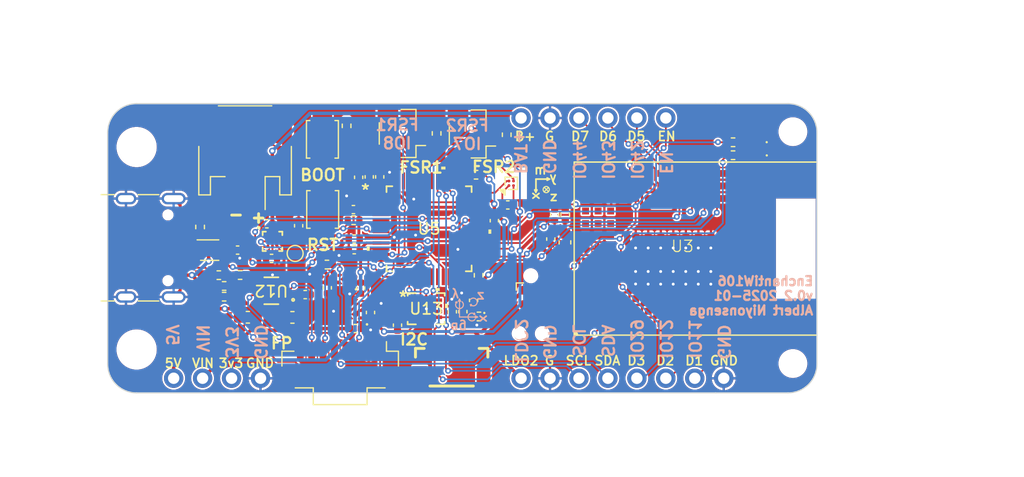
<source format=kicad_pcb>
(kicad_pcb (version 20240108) (generator "pcbnew") (generator_version "8.0")
  (title_block (title "EnchantiS3") (date "2024-02-09") (rev "v0.3"))
  (layers (0 "F.Cu" signal) (31 "B.Cu" signal) (34 "B.Paste" user) (35 "F.Paste" user) (36 "B.SilkS" user "B.Silkscreen") (37 "F.SilkS" user "F.Silkscreen") (38 "B.Mask" user) (39 "F.Mask" user) (44 "Edge.Cuts" user))
  (net 0 "")
  (net 1 "+BATT")
  (net 2 "/I2C2_SDA")
  (net 3 "+3V3")
  (net 4 "GND")
  (net 5 "/EN")
  (net 6 "VUSB")
  (net 7 "/I2C2_SCL")
  (net 8 "/NRST")
  (net 9 "/FSR1")
  (net 10 "/IMU_INT2")
  (net 12 "Net-(C2-Pad1)")
  (net 13 "/IMU_INT")
  (net 14 "/LED1")
  (net 15 "/LED2")
  (net 16 "Net-(J1-CC1)")
  (net 18 "Net-(J1-CC2)")
  (net 20 "/IO44")
  (net 21 "/BTN")
  (net 22 "/FSR2")
  (net 23 "/BLUELED")
  (net 24 "/ORANGELED")
  (net 25 "/IO29")
  (net 26 "/IO43")
  (net 27 "/IO11")
  (net 28 "/IO42")
  (net 29 "/USBD-")
  (net 30 "/USBD+")
  (net 31 "/REG")
  (net 32 "/SWDCLK")
  (net 33 "SYS")
  (net 34 "/MAIN_LDO_EN")
  (net 36 "/IO12")
  (net 37 "/ISET")
  (net 38 "/STAT2")
  (net 39 "/VSET")
  (net 40 "/TMR")
  (net 41 "/D+")
  (net 42 "/D-")
  (net 43 "Net-(STATLED2-A)")
  (net 44 "Net-(STATLED1-A)")
  (net 45 "3V3_AUX")
  (net 46 "CHRG+")
  (net 47 "/STAT1")
  (net 48 "/LDO_EN")
  (net 54 "/BOOT")
  (net 67 "/SWDIO")
  (net 85 "/BOOT0")
  (net 90 "Net-(U3B-+3V3)")
  (net 117 "/I3C2_SDA")
  (net 118 "/I3C2_SCL")
  (net 119 "/I3C1_SCL")
  (net 120 "/I3C1_SDA")
  (net 127 "Net-(CHARGLED1-K)")
  (net 137 "/SPI2_CIPO")
  (net 139 "/SPI2_COPI")
  (net 142 "/SPI1_CIPO")
  (net 144 "/SPI1_CS")
  (net 146 "/SPI2_CS")
  (net 147 "/SPI1_SCLK")
  (net 150 "/SPI2_SCLK")
  (net 152 "/SPI1_COPI")
  (net 156 "Net-(C14-Pad1)")
  (footprint "Capacitor_SMD:C_0402_1005Metric" (layer "F.Cu") (at 114.343 61.085 180)
    (property "Reference" "C6" (hide yes))
    (property "Value" "1uF")
  )
  (footprint "Resistor_SMD:R_0402_1005Metric" (layer "F.Cu") (at 125.258 63.331 -90)
    (property "Reference" "R13" (hide yes))
    (property "Value" "2k2")
  )
  (footprint "Connector_JST:JST_PH_S2B-PH-SM4-TB_1x02-1MP_P2.00mm_Horizontal" (layer "F.Cu") (at 104.767 52.959 180)
    (property "Reference" "BT1" (hide yes))
    (property "Value" "JST-PH-1x02-2.000mm")
  )
  (footprint "Capacitor_SMD:C_0402_1005Metric" (layer "F.Cu") (at 122.95 66.533 90)
    (property "Reference" "C18" (hide yes))
    (property "Value" "0.1uF")
  )
  (footprint "Capacitor_SMD:C_0402_1005Metric" (layer "F.Cu") (at 106.68 58.81 180)
    (property "Reference" "C7" (hide yes))
    (property "Value" "0.1uF")
  )
  (footprint "TestPoint:TestPoint_Pad_D1.0mm" (layer "F.Cu") (at 109.159 61.413)
    (property "Reference" "TP1" (hide yes))
    (property "Value" "TestPoint")
  )
  (footprint "Capacitor_SMD:C_0402_1005Metric" (layer "F.Cu") (at 118.139 67.714 90)
    (property "Reference" "C17" (hide yes))
    (property "Value" "1uF")
  )
  (footprint "Capacitor_SMD:C_0603_1608Metric" (layer "F.Cu") (at 108.92 67.03)
    (property "Reference" "C23" (hide yes))
    (property "Value" "10uF")
  )
  (footprint "Resistor_SMD:R_0402_1005Metric" (layer "F.Cu") (at 121.57 50.87 90)
    (property "Reference" "R1" (hide yes))
    (property "Value" "1k")
  )
  (footprint "Button_Switch_SMD:SW_SPST_B3U-1000P" (layer "F.Cu") (at 111.575 57.55 90)
    (property "Reference" "SW2" (hide yes))
    (property "Value" "B3U-1000P")
  )
  (footprint "LED_SMD:LED_0402_1005Metric" (layer "F.Cu") (at 149.446 52.804 180)
    (property "Reference" "STATLED2" (hide yes))
    (property "Value" "GENERAL STATUS")
  )
  (footprint "Resistor_SMD:R_0402_1005Metric" (layer "F.Cu") (at 125.031 54.501)
    (property "Reference" "R12" (hide yes))
    (property "Value" "2k2")
  )
  (footprint "Package_TO_SOT_SMD:SOT-666" (layer "F.Cu") (at 101.66 61.12)
    (property "Reference" "U1" (hide yes))
    (property "Value" "USBLC6-2P6")
  )
  (footprint "ENCHANTI_MEMS:LGA14_2P5X3X0P91_TDK" (layer "F.Cu") (at 120.6567 66.269001)
    (property "Reference" "U13")
    (property "Value" "ICM-42670-P")
  )
  (footprint "Capacitor_SMD:C_0402_1005Metric" (layer "F.Cu") (at 107.09 61.85)
    (property "Reference" "C8" (hide yes))
    (property "Value" "0.47uF")
  )
  (footprint "LED_SMD:LED_0402_1005Metric" (layer "F.Cu") (at 125.755 65.548 90)
    (property "Reference" "CHARGLED1" (hide yes))
    (property "Value" "S1")
  )
  (footprint "Resistor_SMD:R_0402_1005Metric" (layer "F.Cu") (at 127.72 50.99 90)
    (property "Reference" "R2" (hide yes))
    (property "Value" "1k")
  )
  (footprint "ENCHANTI_regulators:XDFN4_1X1_711AJ_ONS" (layer "F.Cu") (at 113.4826 63.67585 180)
    (property "Reference" "U4" (hide yes))
    (property "Value" "NCP167AMX330TBG")
  )
  (footprint "Resistor_SMD:R_0402_1005Metric" (layer "F.Cu") (at 102.93 65.21 180)
    (property "Reference" "R15" (hide yes))
    (property "Value" "0.43k")
  )
  (footprint "Connector_Molex:Molex_Pico-Clasp_501331-0807_1x08-1MP_P1.00mm_Vertical" (layer "F.Cu") (at 113.11 71.26 180)
    (property "Reference" "FP2" (hide yes))
    (property "Value" "CONN HEADER SMD 6POS 1MM")
  )
  (footprint "Resistor_SMD:R_0402_1005Metric" (layer "F.Cu") (at 102.4636 63.3222 180)
    (property "Reference" "R6" (hide yes))
    (property "Value" "5k1")
  )
  (footprint "ENCHANTI_battery-management:MAX17262" (layer "F.Cu") (at 107.17 60.35)
    (property "Reference" "U11" (hide yes))
    (property "Value" "MAX17262REWL+T")
  )
  (footprint "ENCHANTI_battery-management:WSON10_DLH_TEX" (layer "F.Cu") (at 107.0697 64.69 180)
    (property "Reference" "U12")
    (property "Value" "BQ25185DLHR")
  )
  (footprint "Capacitor_SMD:C_0402_1005Metric" (layer "F.Cu") (at 109.465 58.982 90)
    (property "Reference" "C1" (hide yes))
    (property "Value" "1uF")
  )
  (footprint "Capacitor_SMD:C_0402_1005Metric" (layer "F.Cu") (at 127.817 57.154 180)
    (property "Reference" "C3" (hide yes))
    (property "Value" "220nF")
  )
  (footprint "ENCHANTI_regulators:XDFN4_1X1_711AJ_ONS" (layer "F.Cu") (at 114.4464 66.75385 180)
    (property "Reference" "U9" (hide yes))
    (property "Value" "NCP167AMX330TBG")
  )
  (footprint "Capacitor_SMD:C_0402_1005Metric" (layer "F.Cu") (at 114.45 68.01)
    (property "Reference" "C4" (hide yes))
    (property "Value" "1uF")
  )
  (footprint "MountingHole:MountingHole_2.2mm_M2" (layer "F.Cu") (at 152.83 50.72)
    (property "Reference" "H4" (hide yes))
    (property "Value" "MountingHole")
  )
  (footprint "Resistor_SMD:R_0402_1005Metric" (layer "F.Cu") (at 114.285 58.496)
    (property "Reference" "R4" (hide yes))
    (property "Value" "10k")
  )
  (footprint "Resistor_SMD:R_0402_1005Metric" (layer "F.Cu") (at 113.673 50.207 -90)
    (property "Reference" "R9" (hide yes))
    (property "Value" "10k")
  )
  (footprint "Resistor_SMD:R_0402_1005Metric" (layer "F.Cu") (at 102.93 64.27 180)
    (property "Reference" "R11" (hide yes))
    (property "Value" "13k")
  )
  (footprint "Capacitor_SMD:C_0402_1005Metric" (layer "F.Cu") (at 131.59 60.15 -90)
    (property "Reference" "C19" (hide yes))
    (property "Value" "0.1uF")
  )
  (footprint "Capacitor_SMD:C_0402_1005Metric" (layer "F.Cu") (at 131.925 58.028 -90)
    (property "Reference" "C9" (hide yes))
    (property "Value" "1uF")
  )
  (footprint "Connector:Tag-Connect_TC2030-IDC-NL_2x03_P1.27mm_Vertical" (layer "F.Cu") (at 129.829 65.911 -90)
    (property "Reference" "J3" (hide yes))
    (property "Value" "Conn_ARM_SWD_TagConnect_TC2030-NL")
  )
  (footprint "Button_Switch_SMD:SW_SPST_B3U-1000P" (layer "F.Cu") (at 111.552 51.392 -90)
    (property "Reference" "SW1" (hide yes))
    (property "Value" "B3U-1000P")
  )
  (footprint "Capacitor_SMD:C_0402_1005Metric" (layer "F.Cu") (at 124.815 65.535 -90)
    (property "Reference" "C25" (hide yes))
    (property "Value" "0.1uF")
  )
  (footprint "Capacitor_SMD:C_0402_1005Metric" (layer "F.Cu") (at 110.04 65.03)
    (property "Reference" "C22" (hide yes))
    (property "Value" "1uF")
  )
  (footprint "Resistor_SMD:R_0402_1005Metric" (layer "F.Cu") (at 111.949 62.392 180)
    (property "Reference" "R17" (hide yes))
    (property "Value" "10k")
  )
  (footprint "Resistor_SMD:R_0402_1005Metric" (layer "F.Cu") (at 104.33 63.31)
    (property "Reference" "R21" (hide yes))
    (property "Value" "10k")
  )
  (footprint "MountingHole:MountingHole_3.2mm_M3" (layer "F.Cu") (at 95.25 69.85)
    (property "Reference" "H2" (hide yes))
    (property "Value" "MountingHole")
  )
  (footprint "Package_BGA:WLP-4_0.86x0.86mm_P0.4mm" (layer "F.Cu") (at 128.117 55.254 90)
    (property "Reference" "U2" (hide yes))
    (property "Value" "MMC5633NJL")
  )
  (footprint "Capacitor_SMD:C_0603_1608Metric" (layer "F.Cu") (at 132.83 60.44 -90)
    (property "Reference" "C13" (hide yes))
    (property "Value" "10uF")
  )
  (footprint "Capacitor_SMD:C_0402_1005Metric" (layer "F.Cu") (at 114.903 64.459 -90)
    (property "Reference" "C12" (hide yes))
    (property "Value" "1uF")
  )
  (footprint "Capacitor_SMD:C_0402_1005Metric" (layer "F.Cu") (at 114.27 57.562 180)
    (property "Reference" "C20" (hide yes))
    (property "Value" "0.1uF")
  )
  (footprint "Capacitor_SMD:C_0402_1005Metric" (layer "F.Cu") (at 111.979 64.432 -90)
    (property "Reference" "C11" (hide yes))
    (property "Value" "1uF")
  )
  (footprint "Resistor_SMD:R_0402_1005Metric" (layer "F.Cu") (at 125.286 66.95 180)
    (property "Reference" "R3" (hide yes))
    (property "Value" "2k2")
  )
  (footprint "ENCHANTI_connectors:Molex_Pico-Clasp_2pin_Vertical" (layer "F.Cu") (at 124.646 50.919 90)
    (property "Reference" "ANG3" (hide yes))
    (property "Value" "CONN HEADER SMD 2POS 1MM")
  )
  (footprint "Resistor_SMD:R_0402_1005Metric" (layer "F.Cu") (at 132.856 58.016 -90)
    (property "Reference" "R5" (hide yes))
    (property "Value" "10k")
  )
  (footprint "MountingHole:MountingHole_3.2mm_M3" (layer "F.Cu") (at 95.25 52.07)
    (property "Reference" "H1" (hide yes))
    (property "Value" "MountingHole")
  )
  (footprint "Capacitor_SMD:C_0402_1005Metric" (layer "F.Cu") (at 126.635 58.537 -90)
    (property "Reference" "C24" (hide yes))
    (property "Value" "0.1uF")
  )
  (footprint "Capacitor_SMD:C_0603_1608Metric" (layer "F.Cu") (at 105.01 67.02 180)
    (property "Reference" "C21" (hide yes))
    (property "Value" "10uF")
  )
  (footprint "ENCHANTI_WiFi:IRIS-W106" (layer "F.Cu") (at 143.139 61.288)
    (property "Reference" "U3")
    (property "Value" "IRIS-W106-00B")
  )
  (footprint "Capacitor_SMD:C_0402_1005Metric" (layer "F.Cu") (at 114.732 54.727 -90)
    (property "Reference" "C2" (hide yes))
    (property "Value" "2.2uF")
  )
  (footprint "Capacitor_SMD:C_0402_1005Metric" (layer "F.Cu") (at 114.343 60.147 180)
    (property "Reference" "C16" (hide yes))
    (property "Value" "0.1uF")
  )
  (footprint "Capacitor_SMD:C_0402_1005Metric" (layer "F.Cu") (at 116.58 54.691 90)
    (property "Reference" "C10" (hide yes))
    (property "Value" "4.7uF")
  )
  (footprint "Resistor_SMD:R_0402_1005Metric" (layer "F.Cu") (at 147.578 52.788)
    (property "Reference" "R10" (hide yes))
    (property "Value" "1k")
  )
  (footprint "Capacitor_SMD:C_0402_1005Metric" (layer "F.Cu") (at 104.11 61.12)
    (property "Reference" "C15" (hide yes))
    (property "Value" "0.1uF")
  )
  (footprint "Capacitor_SMD:C_0402_1005Metric" (layer "F.Cu") (at 115.659 54.691 90)
    (property "Reference" "C26" (hide yes))
    (property "Value" "0.1uF")
  )
  (footprint "Connector_USB:USB_C_Receptacle_GCT_USB4105-xx-A_16P_TopMnt_Horizontal" (layer "F.Cu") (at 95.393 60.9191 -90)
    (property "Reference" "J1" (hide yes))
    (property "Value" "USB_C_Receptacle_USB2.0")
  )
  (footprint "Resistor_SMD:R_0402_1005Metric" (layer "F.Cu") (at 147.58 51.65)
    (property "Reference" "R8" (hide yes))
    (property "Value" "1k")
  )
  (footprint "Capacitor_SMD:C_0402_1005Metric" (layer "F.Cu") (at 115.77 66.6 90)
    (property "Reference" "C5" (hide yes))
    (property "Value" "1uF")
  )
  (footprint "ENCHANTI_enchanti-board-symbols:enchantiS3-layout" (layer "F.Cu") (at 134.06 49.515)
    (property "Reference" "BOARDLAYOUT1" (hide yes))
    (property "Value" "LAYOUT")
  )
  (footprint "LED_SMD:LED_0402_1005Metric" (layer "F.Cu") (at 149.44 51.642 180)
    (property "Reference" "STATLED1" (hide yes))
    (property "Value" "WIFISTATUS")
  )
  (footprint "MountingHole:MountingHole_2.2mm_M2" (layer "F.Cu") (at 152.83 71.082)
    (property "Reference" "H3" (hide yes))
    (property "Value" "MountingHole")
  )
  (footprint "ENCHANTI_connectors:Molex_Pico-Clasp_2pin_Vertical" (layer "F.Cu") (at 118.5 50.875 90)
    (property "Reference" "ANG1" (hide yes))
    (property "Value" "CONN HEADER SMD 2POS 1MM")
  )
  (footprint "Resistor_SMD:R_0402_1005Metric" (layer "F.Cu") (at 100.82 59.09 -90)
    (property "Reference" "R7" (hide yes))
    (property "Value" "5k1")
  )
  (footprint "ENCHANTI_mcus:LQFP48_STM" (layer "F.Cu") (at 120.908 59.247)
    (property "Reference" "U5")
    (property "Value" "STM32H523CET6")
  )
  (footprint "Capacitor_SMD:C_0402_1005Metric" (layer "F.Cu") (at 123.873 66.527 -90)
    (property "Reference" "C14" (hide yes))
    (property "Value" "2.2uF")
  )
  (footprint "ENCHANTI_connectors:JST_SMD_1.0mm-4_Vertical" (layer "F.Cu") (at 122.89 71.405 180)
    (property "Reference" "TOUCH1")
    (property "Value" "JST-SH-1x04 1.0mm")
  )
  (gr_line (start 123.579016 65.416999) (end 123.579016 66.997) (stroke (width 0.1016)) (layer "B.SilkS"))
  (gr_arc (start 124.928999 67.217) (mid 124.332135 67.048202) (end 124.851853 66.70966) (stroke (width 0.1016)) (layer "B.SilkS"))
  (gr_poly (pts (xy 124.526162 65.90434) (xy 124.569015 66.027) (xy 124.629015 65.897)) (stroke (width 0.1016)) (fill solid) (layer "B.SilkS"))
  (gr_poly (pts (xy 124.969 66.897) (xy 125.169 66.997) (xy 124.969 67.097)) (stroke (width 0.1016)) (fill solid) (layer "B.SilkS"))
  (gr_poly (pts (xy 124.931853 66.76966) (xy 124.889 66.647) (xy 124.829 66.777)) (stroke (width 0.1016)) (fill solid) (layer "B.SilkS"))
  (gr_arc (start 123.799016 65.657) (mid 123.630217 66.253717) (end 123.291676 65.734146) (stroke (width 0.1016)) (layer "B.SilkS"))
  (gr_arc (start 124.529016 65.457) (mid 125.12591 65.625797) (end 124.606162 65.96434) (stroke (width 0.1016)) (layer "B.SilkS"))
  (gr_line (start 123.579016 66.997) (end 125.169 66.997) (stroke (width 0.1016)) (layer "B.SilkS"))
  (gr_poly (pts (xy 123.351676 65.654146) (xy 123.229016 65.696999) (xy 123.359016 65.756999)) (stroke (width 0.1016)) (fill solid) (layer "B.SilkS"))
  (gr_poly (pts (xy 123.479016 65.616999) (xy 123.579016 65.416999) (xy 123.679016 65.616999)) (stroke (width 0.1016)) (fill solid) (layer "B.SilkS"))
  (gr_line (start 131.377 55.974) (end 131.017 55.614) (stroke (width 0.1016)) (layer "F.SilkS"))
  (gr_poly (pts (xy 131.267 54.784) (xy 131.467 54.884) (xy 131.267 54.984)) (stroke (width 0.15)) (fill solid) (layer "F.SilkS"))
  (gr_line (start 130.287 55.884) (end 130.287 54.884) (stroke (width 0.15)) (layer "F.SilkS"))
  (gr_line (start 131.377 55.624) (end 130.997 56.014) (stroke (width 0.1016)) (layer "F.SilkS"))
  (gr_poly (pts (xy 130.377 55.834) (xy 130.277 56.034) (xy 130.177 55.834)) (stroke (width 0.15)) (fill solid) (layer "F.SilkS"))
  (gr_line (start 130.287 54.884) (end 131.287 54.884) (stroke (width 0.15)) (layer "F.SilkS"))
  (gr_circle (center 131.187 55.804) (end 131.459029 55.804) (stroke (width 0.1016)) (fill none) (layer "F.SilkS"))
  (gr_line (start 154.94 71.12) (end 154.94 50.8) (stroke (width 0.1)) (layer "Edge.Cuts"))
  (gr_arc (start 154.939999 71.120001) (mid 154.19605 72.916051) (end 152.4 73.66) (stroke (width 0.1)) (layer "Edge.Cuts"))
  (gr_line (start 152.4 48.26) (end 146.05 48.26) (stroke (width 0.1)) (layer "Edge.Cuts"))
  (gr_line (start 92.71 50.8) (end 92.71 71.12) (stroke (width 0.1)) (layer "Edge.Cuts"))
  (gr_line (start 95.25 73.66) (end 146.05 73.66) (stroke (width 0.1)) (layer "Edge.Cuts"))
  (gr_arc (start 152.4 48.26) (mid 154.196051 49.003949) (end 154.94 50.8) (stroke (width 0.1)) (layer "Edge.Cuts"))
  (gr_arc (start 95.25 73.66) (mid 93.453949 72.916051) (end 92.71 71.12) (stroke (width 0.1)) (layer "Edge.Cuts"))
  (gr_line (start 146.05 48.26) (end 95.25 48.26) (stroke (width 0.1)) (layer "Edge.Cuts"))
  (gr_line (start 152.4 73.66) (end 146.05 73.66) (stroke (width 0.1)) (layer "Edge.Cuts"))
  (gr_arc (start 92.71 50.8) (mid 93.453949 49.003949) (end 95.25 48.26) (stroke (width 0.1)) (layer "Edge.Cuts"))
  (gr_text "FSR1\nIO8" (at 118.11 52.324 0) (layer "B.SilkS") (effects (font (size 1 1) (thickness 0.2) (bold yes)) (justify bottom mirror)))
  (gr_text "x" (at 126.029016 66.707 90) (layer "B.SilkS") (effects (font (size 0.8 0.8) (thickness 0.15) (bold yes)) (justify left bottom mirror)))
  (gr_text "z" (at 125.859016 65.507 0) (layer "B.SilkS") (effects (font (size 0.8 0.8) (thickness 0.15) (bold yes)) (justify left bottom mirror)))
  (gr_text "ag" (at 122.689016 67.447 180) (layer "B.SilkS") (effects (font (size 0.8 0.8) (thickness 0.15) (bold yes)) (justify left bottom mirror)))
  (gr_text "y" (at 122.829016 64.667 180) (layer "B.SilkS") (effects (font (size 0.8 0.8) (thickness 0.15) (bold yes)) (justify left bottom mirror)))
  (gr_text "EnchantiW106\nv0.2 2025-01\nAlbert Niyonsenga" (at 154.71 66.89 0) (layer "B.SilkS") (effects (font (size 0.8 0.8) (thickness 0.2) (bold yes)) (justify left bottom mirror)))
  (gr_text "FSR2\nIO7" (at 124.253 52.385 0) (layer "B.SilkS") (effects (font (size 1 1) (thickness 0.2) (bold yes)) (justify bottom mirror)))
  (gr_text "x" (at 130.657 56.774 90) (layer "F.SilkS") (effects (font (size 0.8 0.8) (thickness 0.15) (bold yes)) (justify left bottom)))
  (gr_text "D7" (at 133.28 51.6 0) (layer "F.SilkS") (effects (font (size 0.8 0.8) (thickness 0.15) (bold yes)) (justify left bottom)))
  (gr_text "RST" (at 111.575 61.254 0) (layer "F.SilkS") (effects (font (size 1 1) (thickness 0.2) (bold yes)) (justify bottom)))
  (gr_text "GND" (at 145.4658 71.3 0) (layer "F.SilkS") (effects (font (size 0.8 0.8) (thickness 0.15) (bold yes)) (justify left bottom)))
  (gr_text "FSR2" (at 124.57 54.396 0) (layer "F.SilkS") (effects (font (size 1 1) (thickness 0.2) (bold yes)) (justify left bottom)))
  (gr_text "GND" (at 104.755953 71.525 0) (layer "F.SilkS") (effects (font (size 0.8 0.8) (thickness 0.15) (bold yes)) (justify left bottom)))
  (gr_text "3v3" (at 102.368333 71.525 0) (layer "F.SilkS") (effects (font (size 0.8 0.8) (thickness 0.15) (bold yes)) (justify left bottom)))
  (gr_text "EN" (at 140.8684 51.6 0) (layer "F.SilkS") (effects (font (size 0.8 0.8) (thickness 0.15) (bold yes)) (justify left bottom)))
  (gr_text "BOOT" (at 111.552 55.113 0) (layer "F.SilkS") (effects (font (size 1 1) (thickness 0.2) (bold yes)) (justify bottom)))
  (gr_text "G" (at 130.975 71.3 0) (layer "F.SilkS") (effects (font (size 0.8 0.8) (thickness 0.15) (bold yes)) (justify left bottom)))
  (gr_text "B+" (at 128.35 51.6 0) (layer "F.SilkS") (effects (font (size 0.8 0.8) (thickness 0.15) (bold yes)) (justify left bottom)))
  (gr_text "LDO2" (at 127.36 71.3 0) (layer "F.SilkS") (effects (font (size 0.8 0.8) (thickness 0.15) (bold yes)) (justify left bottom)))
  (gr_text "FSR1" (at 118.2 54.45 0) (layer "F.SilkS") (effects (font (size 1 1) (thickness 0.2) (bold yes)) (justify left bottom)))
  (gr_text "z" (at 132.263 56.129 180) (layer "F.SilkS") (effects (font (size 0.8 0.8) (thickness 0.15) (bold yes)) (justify left bottom)))
  (gr_text "SCL" (at 132.810238 71.3 0) (layer "F.SilkS") (effects (font (size 0.8 0.8) (thickness 0.15) (bold yes)) (justify left bottom)))
  (gr_text "D1" (at 143.294048 71.3 0) (layer "F.SilkS") (effects (font (size 0.8 0.8) (thickness 0.15) (bold yes)) (justify left bottom)))
  (gr_text "SDA" (at 135.331191 71.3 0) (layer "F.SilkS") (effects (font (size 0.8 0.8) (thickness 0.15) (bold yes)) (justify left bottom)))
  (gr_text "-" (at 103.19 58.56 0) (layer "F.SilkS") (effects (font (size 1 1) (thickness 0.25) (bold yes)) (justify left bottom)))
  (gr_text "+" (at 105.17 58.82 0) (layer "F.SilkS") (effects (font (size 1 1) (thickness 0.25) (bold yes)) (justify left bottom)))
  (gr_text "D3" (at 138.214048 71.3 0) (layer "F.SilkS") (effects (font (size 0.8 0.8) (thickness 0.15) (bold yes)) (justify left bottom)))
  (gr_text "FP" (at 107.98 69.89 0) (layer "F.SilkS") (effects (font (size 1 1) (thickness 0.2) (bold yes)) (justify bottom)))
  (gr_text "G" (at 130.975 51.6 0) (layer "F.SilkS") (effects (font (size 0.8 0.8) (thickness 0.15) (bold yes)) (justify left bottom)))
  (gr_text "y" (at 132.187 55.174 0) (layer "F.SilkS") (effects (font (size 0.8 0.8) (thickness 0.15) (bold yes)) (justify left bottom mirror)))
  (gr_text "D2" (at 140.754048 71.3 0) (layer "F.SilkS") (effects (font (size 0.8 0.8) (thickness 0.15) (bold yes)) (justify left bottom)))
  (gr_text "VIN" (at 100.0252 71.5264 0) (layer "F.SilkS") (effects (font (size 0.8 0.8) (thickness 0.15) (bold yes)) (justify left bottom)))
  (gr_text "5V" (at 97.6376 71.5264 0) (layer "F.SilkS") (effects (font (size 0.8 0.8) (thickness 0.15) (bold yes)) (justify left bottom)))
  (gr_text "D6" (at 135.73 51.6 0) (layer "F.SilkS") (effects (font (size 0.8 0.8) (thickness 0.15) (bold yes)) (justify left bottom)))
  (gr_text "m" (at 130.037 54.534 0) (layer "F.SilkS") (effects (font (size 0.8 0.8) (thickness 0.15) (bold yes)) (justify left bottom)))
  (gr_text "I2C" (at 119.59 69.55 0) (layer "F.SilkS") (effects (font (size 1 1) (thickness 0.2) (bold yes)) (justify bottom)))
  (gr_text "D5" (at 138.214048 51.6 0) (layer "F.SilkS") (effects (font (size 0.8 0.8) (thickness 0.15) (bold yes)) (justify left bottom)))
  (segment (start 107.16 59.94) (end 107.17 59.95) (width 0.3048) (layer "F.Cu") (net 1))
  (segment (start 107.16 59.56) (end 107.16 59.466) (width 0.3048) (layer "F.Cu") (net 1))
  (segment (start 107.16 58.81) (end 107.16 59.466) (width 0.3048) (layer "F.Cu") (net 1))
  (segment (start 107.157 55.787) (end 107.16 55.79) (width 0.3048) (layer "F.Cu") (net 1))
  (segment (start 107.16 57.202) (end 107.16 58.81) (width 0.3048) (layer "F.Cu") (net 1))
  (segment (start 106.77 59.95) (end 107.16 59.56) (width 0.3048) (layer "F.Cu") (net 1))
  (segment (start 107.16 59.466) (end 107.16 59.94) (width 0.3048) (layer "F.Cu") (net 1))
  (segment (start 107.16 55.79) (end 107.16 58.81) (width 0.3048) (layer "F.Cu") (net 1))
  (segment (start 105.767 55.809) (end 107.16 57.202) (width 0.3048) (layer "F.Cu") (net 1))
  (segment (start 107.157 52.406) (end 107.157 55.787) (width 0.3048) (layer "F.Cu") (net 1))
  (via (at 107.157 52.406) (size 0.5588) (drill 0.3048) (layers "F.Cu" "B.Cu") (net 1))
  (segment (start 110.453 49.11) (end 128.575 49.11) (width 0.3048) (layer "B.Cu") (net 1))
  (segment (start 128.575 49.11) (end 128.98 49.515) (width 0.3048) (layer "B.Cu") (net 1))
  (segment (start 107.157 52.406) (end 110.453 49.11) (width 0.3048) (layer "B.Cu") (net 1))
  (segment (start 122.839599 53.96) (end 122.657999 54.1416) (width 0.1524) (layer "F.Cu") (net 2))
  (segment (start 106.6648 60.8552) (end 106.77 60.75) (width 0.1524) (layer "F.Cu") (net 2))
  (segment (start 105.65 60.543407) (end 105.961793 60.8552) (width 0.1524) (layer "F.Cu") (net 2))
  (segment (start 122.657999 55.0306) (end 122.657999 55.818964) (width 0.1524) (layer "F.Cu") (net 2))
  (segment (start 123.98 53.96) (end 122.839599 53.96) (width 0.1524) (layer "F.Cu") (net 2))
  (segment (start 105.961793 60.8552) (end 106.6648 60.8552) (width 0.1524) (layer "F.Cu") (net 2))
  (segment (start 105.65 59.521) (end 105.65 60.543407) (width 0.1524) (layer "F.Cu") (net 2))
  (segment (start 122.657999 54.1416) (end 122.657999 55.0306) (width 0.1524) (layer "F.Cu") (net 2))
  (segment (start 120.324 58.354) (end 123.01 58.354) (width 0.1524) (layer "F.Cu") (net 2))
  (segment (start 124.521 54.501) (end 123.98 53.96) (width 0.1524) (layer "F.Cu") (net 2))
  (segment (start 122.657999 55.818964) (end 122.988037 56.149002) (width 0.1524) (layer "F.Cu") (net 2))
  (segment (start 123.01 58.354) (end 123.021 58.343) (width 0.1524) (layer "F.Cu") (net 2))
  (via (at 122.988037 56.149002) (size 0.508) (drill 0.254) (layers "F.Cu" "B.Cu") (net 2))
  (via (at 105.65 59.521) (size 0.508) (drill 0.254) (layers "F.Cu" "B.Cu") (net 2))
  (via (at 123.021 58.343) (size 0.508) (drill 0.254) (layers "F.Cu" "B.Cu") (net 2))
  (via (at 120.324 58.354) (size 0.508) (drill 0.254) (layers "F.Cu" "B.Cu") (net 2))
  (segment (start 123.021 56.181965) (end 123.021 58.343) (width 0.1524) (layer "B.Cu") (net 2))
  (segment (start 122.988037 56.149002) (end 123.021 56.181965) (width 0.1524) (layer "B.Cu") (net 2))
  (segment (start 106.817 58.354) (end 120.324 58.354) (width 0.1524) (layer "B.Cu") (net 2))
  (segment (start 105.65 59.521) (end 106.817 58.354) (width 0.1524) (layer "B.Cu") (net 2))
  (segment (start 114.749 56.289) (end 111.552 53.092) (width 0.254) (layer "F.Cu") (net 3))
  (segment (start 123.377099 57.356) (end 124.236099 56.497) (width 0.254) (layer "F.Cu") (net 3))
  (segment (start 114.749 56.978) (end 114.749 56.289) (width 0.254) (layer "F.Cu") (net 3))
  (segment (start 115.659 55.171) (end 117.191 55.171) (width 0.254) (layer "F.Cu") (net 3))
  (segment (start 115.228 56.503) (end 115.228 55.602) (width 0.254) (layer "F.Cu") (net 3))
  (segment (start 114.749 56.83) (end 115.082 56.497) (width 0.254) (layer "F.Cu") (net 3))
  (segment (start 115.082 56.497) (end 116.6916 56.497) (width 0.254) (layer "F.Cu") (net 3))
  (segment (start 124.236099 56.497) (end 125.1244 56.497) (width 0.254) (layer "F.Cu") (net 3))
  (segment (start 119.376 57.356) (end 117.191 55.171) (width 0.254) (layer "F.Cu") (net 3))
  (segment (start 114.749 56.978) (end 114.749 56.83) (width 0.254) (layer "F.Cu") (net 3))
  (segment (start 125.258 63.841) (end 124.0356 63.841) (width 0.3048) (layer "F.Cu") (net 3))
  (segment (start 125.555 63.841) (end 126.11 63.286) (width 0.3048) (layer "F.Cu") (net 3))
  (segment (start 116.6916 60.497) (end 115.411 60.497) (width 0.254) (layer "F.Cu") (net 3))
  (segment (start 126.063501 56.497) (end 125.1244 56.497) (width 0.3048) (layer "F.Cu") (net 3))
  (segment (start 125.541 54.501) (end 125.787 54.501) (width 0.1524) (layer "F.Cu") (net 3))
  (segment (start 125.787 54.501) (end 126.193 54.907) (width 0.1524) (layer "F.Cu") (net 3))
  (segment (start 126.912 58.057) (end 126.635 58.057) (width 0.3048) (layer "F.Cu") (net 3))
  (segment (start 124.823 65.063) (end 124.815 65.055) (width 0.3048) (layer "F.Cu") (net 3))
  (segment (start 115.228 55.602) (end 115.659 55.171) (width 0.254) (layer "F.Cu") (net 3))
  (segment (start 118.0176 55.171) (end 118.158 55.0306) (width 0.254) (layer "F.Cu") (net 3))
  (segment (start 123.377099 57.356) (end 119.376 57.356) (width 0.254) (layer "F.Cu") (net 3))
  (segment (start 126.635 58.057) (end 126.635 57.068499) (width 0.3048) (layer "F.Cu") (net 3))
  (segment (start 117.191 55.171) (end 118.0176 55.171) (width 0.254) (layer "F.Cu") (net 3))
  (segment (start 123.658 63.4634) (end 123.9686 63.774) (width 0.254) (layer "F.Cu") (net 3))
  (segment (start 115.411 60.497) (end 114.749 61.159) (width 0.254) (layer "F.Cu") (net 3))
  (segment (start 114.8823 63.9997) (end 114.903 63.979) (width 0.254) (layer "F.Cu") (net 3))
  (segment (start 127.488 58.633) (end 126.912 58.057) (width 0.3048) (layer "F.Cu") (net 3))
  (segment (start 114.903 61.165) (end 114.823 61.085) (width 0.254) (layer "F.Cu") (net 3))
  (segment (start 114.903 63.069) (end 114.903 61.165) (width 0.254) (layer "F.Cu") (net 3))
  (segment (start 124.0356 63.841) (end 123.658 63.4634) (width 0.3048) (layer "F.Cu") (net 3))
  (segment (start 114.749 61.159) (end 114.749 56.978) (width 0.254) (layer "F.Cu") (net 3))
  (segment (start 125.258 63.841) (end 125.555 63.841) (width 0.3048) (layer "F.Cu") (net 3))
  (segment (start 124.815 64.6204) (end 123.658 63.4634) (width 0.3048) (layer "F.Cu") (net 3))
  (segment (start 125.755 65.063) (end 124.823 65.063) (width 0.3048) (layer "F.Cu") (net 3))
  (segment (start 126.635 57.068499) (end 126.063501 56.497) (width 0.3048) (layer "F.Cu") (net 3))
  (segment (start 124.815 65.055) (end 124.815 64.6204) (width 0.3048) (layer "F.Cu") (net 3))
  (segment (start 114.903 63.979) (end 114.903 63.069) (width 0.254) (layer "F.Cu") (net 3))
  (segment (start 113.889 63.9997) (end 114.8823 63.9997) (width 0.254) (layer "F.Cu") (net 3))
  (via (at 126.11 63.286) (size 0.5588) (drill 0.3048) (layers "F.Cu" "B.Cu") (net 3))
  (via (at 126.193 54.907) (size 0.5588) (drill 0.3048) (layers "F.Cu" "B.Cu") (net 3))
  (via (at 126.635 57.068499) (size 0.5588) (drill 0.3048) (layers "F.Cu" "B.Cu") (net 3))
  (via (at 127.488 58.633) (size 0.5588) (drill 0.3048) (layers "F.Cu" "B.Cu") (net 3))
  (via (at 114.903 63.069) (size 0.5588) (drill 0.3048) (layers "F.Cu" "B.Cu") (net 3))
  (segment (start 114.903 64.855) (end 114.903 63.069) (width 0.3048) (layer "B.Cu") (net 3))
  (segment (start 126.635 55.349) (end 126.635 57.068499) (width 0.1524) (layer "B.Cu") (net 3))
  (segment (start 111.82617 70.771) (end 114.4124 68.18477) (width 0.3048) (layer "B.Cu") (net 3))
  (segment (start 126.193 54.907) (end 126.635 55.349) (width 0.1524) (layer "B.Cu") (net 3))
  (segment (start 114.4124 68.18477) (end 114.4124 65.3456) (width 0.3048) (layer "B.Cu") (net 3))
  (segment (start 126.11 63.286) (end 127.488 61.908) (width 0.3048) (layer "B.Cu") (net 3))
  (segment (start 103.58 72.375) (end 103.58 70.859) (width 0.3048) (layer "B.Cu") (net 3))
  (segment (start 127.488 61.908) (end 127.488 58.633) (width 0.3048) (layer "B.Cu") (net 3))
  (segment (start 103.668 70.771) (end 111.82617 70.771) (width 0.3048) (layer "B.Cu") (net 3))
  (segment (start 103.58 70.859) (end 103.668 70.771) (width 0.3048) (layer "B.Cu") (net 3))
  (segment (start 114.4124 65.3456) (end 114.903 64.855) (width 0.3048) (layer "B.Cu") (net 3))
  (segment (start 107.0697 64.69) (end 107.0697 64.3703) (width 0.254) (layer "F.Cu") (net 4))
  (segment (start 124.025851 65.148149) (end 123.768204 64.890502) (width 0.254) (layer "F.Cu") (net 4))
  (segment (start 107.0697 64.3703) (end 107.5501 63.8899) (width 0.254) (layer "F.Cu") (net 4))
  (segment (start 115.77 66.12) (end 116.385 66.12) (width 0.254) (layer "F.Cu") (net 4))
  (segment (start 107.5501 63.8899) (end 108.2 63.8899) (width 0.254) (layer "F.Cu") (net 4))
  (segment (start 123.768204 64.890502) (end 123.768204 64.886796) (width 0.254) (layer "F.Cu") (net 4))
  (segment (start 107.46975 64.28995) (end 107.0697 64.69) (width 0.254) (layer "F.Cu") (net 4))
  (segment (start 116.385 66.12) (end 116.705 65.8) (width 0.254) (layer "F.Cu") (net 4))
  (segment (start 122.95 66.053) (end 122.95 65.478) (width 0.254) (layer "F.Cu") (net 4))
  (segment (start 124.025851 65.148149) (end 124.815 65.937297) (width 0.254) (layer "F.Cu") (net 4))
  (segment (start 99.073 64.6641) (end 98.498 65.2391) (width 0.254) (layer "F.Cu") (net 4))
  (segment (start 115.78 68.13) (end 115.58 68.33) (width 0.254) (layer "F.Cu") (net 4))
  (segment (start 117.853 59.99) (end 117.845999 59.997001) (width 0.254) (layer "F.Cu") (net 4))
  (segment (start 100.82 58.58) (end 99.9591 57.7191) (width 0.254) (layer "F.Cu") (net 4))
  (segment (start 99.9591 57.7191) (end 99.073 57.7191) (width 0.254) (layer "F.Cu") (net 4))
  (segment (start 99.073 57.1741) (end 98.498 56.5991) (width 0.254) (layer "F.Cu") (net 4))
  (segment (start 122.95 65.478) (end 122.902 65.43) (width 0.254) (layer "F.Cu") (net 4))
  (segment (start 117.845999 59.997001) (end 116.6916 59.997001) (width 0.254) (layer "F.Cu") (net 4))
  (segment (start 127.337 57.154) (end 127.337 56.034) (width 0.1524) (layer "F.Cu") (net 4))
  (segment (start 116.58 54.211) (end 117.369 54.211) (width 0.254) (layer "F.Cu") (net 4))
  (segment (start 123.158001 63.4634) (end 123.158001 64.280298) (width 0.254) (layer "F.Cu") (net 4))
  (segment (start 99.073 64.1191) (end 99.073 64.6641) (width 0.254) (layer "F.Cu") (net 4))
  (segment (start 117.369 54.211) (end 117.443 54.285) (width 0.254) (layer "F.Cu") (net 4))
  (segment (start 104.299 61.829) (end 104.59 61.538) (width 0.254) (layer "F.Cu") (net 4))
  (segment (start 115.58 68.33) (end 115.58 69.975) (width 0.254) (layer "F.Cu") (net 4))
  (segment (start 108.2 64.28995) (end 107.46975 64.28995) (width 0.254) (layer "F.Cu") (net 4))
  (segment (start 127.337 56.034) (end 127.917 55.454) (width 0.1524) (layer "F.Cu") (net 4))
  (segment (start 99.073 57.7191) (end 99.073 57.1741) (width 0.254) (layer "F.Cu") (net 4))
  (segment (start 123.158001 64.280298) (end 124.025851 65.148149) (width 0.254) (layer "F.Cu") (net 4))
  (segment (start 104.59 61.538) (end 104.59 61.12) (width 0.254) (layer "F.Cu") (net 4))
  (segment (start 124.815 65.937297) (end 124.815 66.015) (width 0.254) (layer "F.Cu") (net 4))
  (via (at 141.228 60.933) (size 0.508) (drill 0.254) (layers "F.Cu" "B.Cu") (net 4))
  (via (at 144.528 63) (size 0.508) (drill 0.254) (layers "F.Cu" "B.Cu") (net 4))
  (via (at 143.428 63) (size 0.508) (drill 0.254) (layers "F.Cu" "B.Cu") (net 4))
  (via (at 110.436 63.234) (size 0.508) (drill 0.254) (layers "F.Cu" "B.Cu") (net 4))
  (via (at 120.668 66.273) (size 0.508) (drill 0.254) (layers "F.Cu" "B.Cu") (net 4))
  (via (at 143.428 64.11) (size 0.508) (drill 0.254) (layers "F.Cu" "B.Cu") (net 4))
  (via (at 141.228 63) (size 0.508) (drill 0.254) (layers "F.Cu" "B.Cu") (net 4))
  (via (at 140.13 64.11) (size 0.508) (drill 0.254) (layers "F.Cu" "B.Cu") (net 4))
  (via (at 117.443 54.285) (size 0.508) (drill 0.254) (layers "F.Cu" "B.Cu") (net 4))
  (via (at 141.228 64.11) (size 0.508) (drill 0.254) (layers "F.Cu" "B.Cu") (net 4))
  (via (at 143.428 60.933) (size 0.508) (drill 0.254) (layers "F.Cu" "B.Cu") (net 4))
  (via (at 139.028 63) (size 0.508) (drill 0.254) (layers "F.Cu" "B.Cu") (net 4))
  (via (at 119.564 56.641) (size 0.508) (drill 0.254) (layers "F.Cu" "B.Cu") (net 4))
  (via (at 123.439 61.056) (size 0.508) (drill 0.254) (layers "F.Cu" "B.Cu") (net 4))
  (via (at 145.628 64.11) (size 0.508) (drill 0.254) (layers "F.Cu" "B.Cu") (net 4))
  (via (at 123.768204 64.886796) (size 0.508) (drill 0.254) (layers "F.Cu" "B.Cu") (net 4))
  (via (at 104.299 61.829) (size 0.508) (drill 0.254) (layers "F.Cu" "B.Cu") (net 4))
  (via (at 113.674 56.361) (size 0.508) (drill 0.254) (layers "F.Cu" "B.Cu") (net 4))
  (via (at 107.174 63.295) (size 0.508) (drill 0.254) (layers "F.Cu" "B.Cu") (net 4))
  (via (at 119.727 59.806) (size 0.508) (drill 0.254) (layers "F.Cu" "B.Cu") (net 4))
  (via (at 145.628 63) (size 0.508) (drill 0.254) (layers "F.Cu" "B.Cu") (net 4))
  (via (at 139.028 64.096) (size 0.508) (drill 0.254) (layers "F.Cu" "B.Cu") (net 4))
  (via (at 140.13 63) (size 0.508) (drill 0.254) (layers "F.Cu" "B.Cu") (net 4))
  (via (at 142.328 63) (size 0.508) (drill 0.254) (layers "F.Cu" "B.Cu") (net 4))
  (via (at 115.78 68.13) (size 0.508) (drill 0.254) (layers "F.Cu" "B.Cu") (net 4))
  (via (at 145.628 60.933) (size 0.508) (drill 0.254) (layers "F.Cu" "B.Cu") (net 4))
  (via (at 142.328 64.11) (size 0.508) (drill 0.254) (layers "F.Cu" "B.Cu") (net 4))
  (via (at 139.028 60.933) (size 0.508) (drill 0.254) (layers "F.Cu" "B.Cu") (net 4))
  (via (at 113.944 64.968) (size 0.508) (drill 0.254) (layers "F.Cu" "B.Cu") (net 4))
  (via (at 122.902 65.43) (size 0.508) (drill 0.254) (layers "F.Cu" "B.Cu") (net 4))
  (via (at 116.705 65.8) (size 0.508) (drill 0.254) (layers "F.Cu" "B.Cu") (net 4))
  (via (at 142.328 60.933) (size 0.508) (drill 0.254) (layers "F.Cu" "B.Cu") (net 4))
  (via (at 144.528 60.933) (size 0.508) (drill 0.254) (layers "F.Cu" "B.Cu") (net 4))
  (via (at 113.009 61.591) (size 0.508) (drill 0.254) (layers "F.Cu" "B.Cu") (net 4))
  (via (at 140.13 60.933) (size 0.508) (drill 0.254) (layers "F.Cu" "B.Cu") (net 4))
  (via (at 144.528 64.11) (size 0.508) (drill 0.254) (layers "F.Cu" "B.Cu") (net 4))
  (via (at 117.853 59.99) (size 0.508) (drill 0.254) (layers "F.Cu" "B.Cu") (net 4))
  (via (at 125.099 67.703) (size 0.508) (drill 0.254) (layers "F.Cu" "B.Cu") (net 4))
  (via (at 112.529 66.488) (size 0.508) (drill 0.254) (layers "F.Cu" "B.Cu") (net 4))
  (segment (start 139.03 57.263) (end 139.03 56.58999) (width 0.1524) (layer "F.Cu") (net 5))
  (segment (start 133.777 57.101) (end 133.261 57.101) (width 0.1524) (layer "F.Cu") (net 5))
  (segment (start 141.68 51.962) (end 141.68 49.515) (width 0.1524) (layer "F.Cu") (net 5))
  (segment (start 132.701 63.438) (end 133.629 62.51) (width 0.1524) (layer "F.Cu") (net 5))
  (segment (start 139.03 57.263) (end 139.03 58.717) (width 0.1524) (layer "F.Cu") (net 5))
  (segment (start 129.862 65.243) (end 129.194 65.911) (width 0.1524) (layer "F.Cu") (net 5))
  (segment (start 131.967 57.506) (end 131.925 57.548) (width 0.1524) (layer "F.Cu") (net 5))
  (segment (start 129.862 64.396027) (end 129.862 65.243) (width 0.1524) (layer "F.Cu") (net 5))
  (segment (start 132.856 57.506) (end 131.967 57.506) (width 0.1524) (layer "F.Cu") (net 5))
  (segment (start 132.701 63.438) (end 130.820027 63.438) (width 0.1524) (layer "F.Cu") (net 5))
  (segment (start 141.489 52.153) (end 141.68 51.962) (width 0.1524) (layer "F.Cu") (net 5))
  (segment (start 139.03 58.717) (end 137.626 60.121) (width 0.1524) (layer "F.Cu") (net 5))
  (segment (start 130.820027 63.438) (end 129.862 64.396027) (width 0.1524) (layer "F.Cu") (net 5))
  (segment (start 133.261 57.101) (end 132.856 57.506) (width 0.1524) (layer "F.Cu") (net 5))
  (via (at 137.626 60.121) (size 0.508) (drill 0.254) (layers "F.Cu" "B.Cu") (net 5))
  (via (at 141.489 52.153) (size 0.508) (drill 0.254) (layers "F.Cu" "B.Cu") (net 5))
  (via (at 133.777 57.101) (size 0.508) (drill 0.254) (layers "F.Cu" "B.Cu") (net 5))
  (via (at 133.629 62.51) (size 0.508) (drill 0.254) (layers "F.Cu" "B.Cu") (net 5))
  (via (at 139.03 57.263) (size 0.508) (drill 0.254) (layers "F.Cu" "B.Cu") (net 5))
  (segment (start 139.03 57.263) (end 133.939 57.263) (width 0.1524) (layer "B.Cu") (net 5))
  (segment (start 140.827401 52.814599) (end 141.489 52.153) (width 0.1524) (layer "B.Cu") (net 5))
  (segment (start 140.827401 55.465599) (end 140.827401 52.814599) (width 0.1524) (layer "B.Cu") (net 5))
  (segment (start 137.626 60.121) (end 136.018 60.121) (width 0.1524) (layer "B.Cu") (net 5))
  (segment (start 136.018 60.121) (end 133.629 62.51) (width 0.1524) (layer "B.Cu") (net 5))
  (segment (start 133.939 57.263) (end 133.777 57.101) (width 0.1524) (layer "B.Cu") (net 5))
  (segment (start 139.03 57.263) (end 140.827401 55.465599) (width 0.1524) (layer "B.Cu") (net 5))
  (segment (start 102.98 66.2636) (end 101.5936 66.2636) (width 0.3048) (layer "F.Cu") (net 6))
  (segment (start 98.432662 58.51) (end 99.0639 58.51) (width 0.3048) (layer "F.Cu") (net 6))
  (segment (start 107.6564 70.94) (end 109.17 70.94) (width 0.1524) (layer "F.Cu") (net 6))
  (segment (start 98.5 68.9336) (end 100.59 66.8436) (width 0.3048) (layer "F.Cu") (net 6))
  (segment (start 110.3092 72.0792) (end 116.1708 72.0792) (width 0.1524) (layer "F.Cu") (net 6))
  (segment (start 100.59 63.8091) (end 100.59 65.6836) (width 0.3048) (layer "F.Cu") (net 6))
  (segment (start 101.57 61.5972) (end 102.0472 61.12) (width 0.3048) (layer "F.Cu") (net 6))
  (segment (start 97.42 62.3039) (end 97.42 59.23) (width 0.3048) (layer "F.Cu") (net 6))
  (segment (start 100.59 65.6836) (end 101.17 66.2636) (width 0.3048) (layer "F.Cu") (net 6))
  (segment (start 101.57 62.1) (end 101.57 61.5972) (width 0.3048) (layer "F.Cu") (net 6))
  (segment (start 105.0286 66.2636) (end 101.5936 66.2636) (width 0.3048) (layer "F.Cu") (net 6))
  (segment (start 116.1708 72.0792) (end 116.61 71.64) (width 0.1524) (layer "F.Cu") (net 6))
  (segment (start 100.1 63.3191) (end 100.59 63.8091) (width 0.3048) (layer "F.Cu") (net 6))
  (segment (start 103.63 61.12) (end 102.585 61.12) (width 0.3048) (layer "F.Cu") (net 6))
  (segment (start 101.17 66.2636) (end 101.5936 66.2636) (width 0.3048) (layer "F.Cu") (net 6))
  (segment (start 100.59 66.8436) (end 100.59 65.6836) (width 0.3048) (layer "F.Cu") (net 6))
  (segment (start 97.42 59.23) (end 97.9735 58.6765) (width 0.3048) (layer "F.Cu") (net 6))
  (segment (start 109.17 70.94) (end 110.3092 72.0792) (width 0.1524) (layer "F.Cu") (net 6))
  (segment (start 98.5 72.375) (end 98.5 68.9336) (width 0.3048) (layer "F.Cu") (net 6))
  (segment (start 98.4352 63.3191) (end 97.42 62.3039) (width 0.3048) (layer "F.Cu") (net 6))
  (segment (start 105.785 67.02) (end 105.0286 66.2636) (width 0.3048) (layer "F.Cu") (net 6))
  (segment (start 105.4932 68.7768) (end 107.6564 70.94) (width 0.1524) (layer "F.Cu") (net 6))
  (segment (start 116.61 71.64) (end 116.61 69.935) (width 0.1524) (layer "F.Cu") (net 6))
  (segment (start 97.9735 58.6765) (end 98.266162 58.6765) (width 0.3048) (layer "F.Cu") (net 6))
  (segment (start 99.0639 58.51) (end 99.073 58.5191) (width 0.3048) (layer "F.Cu") (net 6))
  (segment (start 102.0472 61.12) (end 102.585 61.12) (width 0.3048) (layer "F.Cu") (net 6))
  (segment (start 98.266162 58.6765) (end 98.432662 58.51) (width 0.3048) (layer "F.Cu") (net 6))
  (segment (start 100.1 63.3191) (end 98.4352 63.3191) (width 0.3048) (layer "F.Cu") (net 6))
  (via (at 102.98 66.2636) (size 0.5588) (drill 0.3048) (layers "F.Cu" "B.Cu") (net 6))
  (via (at 100.1 63.3191) (size 0.5588) (drill 0.3048) (layers "F.Cu" "B.Cu") (net 6))
  (via (at 105.4932 68.7768) (size 0.5588) (drill 0.3048) (layers "F.Cu" "B.Cu") (net 6))
  (via (at 101.57 62.1) (size 0.5588) (drill 0.3048) (layers "F.Cu" "B.Cu") (net 6))
  (segment (start 101.57 62.1) (end 100.3509 63.3191) (width 0.3048) (layer "B.Cu") (net 6))
  (segment (start 105.4932 68.7768) (end 102.98 66.2636) (width 0.1524) (layer "B.Cu") (net 6))
  (segment (start 100.3509 63.3191) (end 100.1 63.3191) (width 0.3048) (layer "B.Cu") (net 6))
  (segment (start 125.258 62.821) (end 124.629 62.821) (width 0.1524) (layer "F.Cu") (net 7))
  (segment (start 123.74135 61.93335) (end 121.41465 61.93335) (width 0.1524) (layer "F.Cu") (net 7))
  (segment (start 120.057 60.883853) (end 120.365154 60.883853) (width 0.1524) (layer "F.Cu") (net 7))
  (segment (start 121.41465 61.93335) (end 122.158 62.676699) (width 0.1524) (layer "F.Cu") (net 7))
  (segment (start 106.198 60.35) (end 106.152 60.396) (width 0.1524) (layer "F.Cu") (net 7))
  (segment (start 122.158 62.676699) (end 122.158 63.4634) (width 0.1524) (layer "F.Cu") (net 7))
  (segment (start 120.365154 60.883853) (end 121.41465 61.93335) (width 0.1524) (layer "F.Cu") (net 7))
  (segment (start 124.629 62.821) (end 123.74135 61.93335) (width 0.1524) (layer "F.Cu") (net 7))
  (segment (start 106.77 60.35) (end 106.198 60.35) (width 0.1524) (layer "F.Cu") (net 7))
  (via (at 106.152 60.396) (size 0.508) (drill 0.254) (layers "F.Cu" "B.Cu") (net 7))
  (via (at 120.057 60.883853) (size 0.508) (drill 0.254) (layers "F.Cu" "B.Cu") (net 7))
  (segment (start 120.053147 60.88) (end 106.636 60.88) (width 0.1524) (layer "B.Cu") (net 7))
  (segment (start 106.636 60.88) (end 106.152 60.396) (width 0.1524) (layer "B.Cu") (net 7))
  (segment (start 120.057 60.883853) (end 120.053147 60.88) (width 0.1524) (layer "B.Cu") (net 7))
  (segment (start 116.6916 59.497) (end 115.698 59.497) (width 0.1524) (layer "F.Cu") (net 8))
  (segment (start 113.775 58.825) (end 113.38 59.22) (width 0.1524) (layer "F.Cu") (net 8))
  (segment (start 109.465 59.462) (end 111.363 59.462) (width 0.1524) (layer "F.Cu") (net 8))
  (segment (start 113.38 59.22) (end 113.108 59.22) (width 0.1524) (layer "F.Cu") (net 8))
  (segment (start 115.698 59.497) (end 115.426 59.225) (width 0.1524) (layer "F.Cu") (net 8))
  (segment (start 113.078 59.25) (end 111.575 59.25) (width 0.1524) (layer "F.Cu") (net 8))
  (segment (start 113.775 58.496) (end 113.775 58.825) (width 0.1524) (layer "F.Cu") (net 8))
  (segment (start 113.108 59.22) (end 113.078 59.25) (width 0.1524) (layer "F.Cu") (net 8))
  (segment (start 111.363 59.462) (end 111.575 59.25) (width 0.1524) (layer "F.Cu") (net 8))
  (via (at 113.38 59.22) (size 0.508) (drill 0.254) (layers "F.Cu" "B.Cu") (net 8))
  (via (at 115.426 59.225) (size 0.508) (drill 0.254) (layers "F.Cu" "B.Cu") (net 8))
  (segment (start 113.385 59.225) (end 113.38 59.22) (width 0.1524) (layer "B.Cu") (net 8))
  (segment (start 115.426 59.225) (end 113.385 59.225) (width 0.1524) (layer "B.Cu") (net 8))
  (segment (start 118.955 50.375) (end 118.636 50.694) (width 0.1524) (layer "F.Cu") (net 9))
  (segment (start 116.6916 61.497001) (end 117.672001 61.497001) (width 0.1524) (layer "F.Cu") (net 9))
  (segment (start 121.57 50.364) (end 121.559 50.375) (width 0.1524) (layer "F.Cu") (net 9))
  (segment (start 118.758 57.51) (end 118.758 61.345) (width 0.1524) (layer "F.Cu") (net 9))
  (segment (start 119.825 50.375) (end 118.955 50.375) (width 0.1524) (layer "F.Cu") (net 9))
  (segment (start 118.636 57.388) (end 118.758 57.51) (width 0.1524) (layer "F.Cu") (net 9))
  (segment (start 121.559 50.375) (end 119.825 50.375) (width 0.1524) (layer "F.Cu") (net 9))
  (segment (start 117.672001 61.497001) (end 117.683 61.508) (width 0.1524) (layer "F.Cu") (net 9))
  (via (at 118.636 50.694) (size 0.508) (drill 0.254) (layers "F.Cu" "B.Cu") (net 9))
  (via (at 117.683 61.508) (size 0.508) (drill 0.254) (layers "F.Cu" "B.Cu") (net 9))
  (via (at 118.758 61.345) (size 0.508) (drill 0.254) (layers "F.Cu" "B.Cu") (net 9))
  (via (at 118.636 57.388) (size 0.508) (drill 0.254) (layers "F.Cu" "B.Cu") (net 9))
  (segment (start 118.636 57.388) (end 118.636 50.694) (width 0.1524) (layer "B.Cu") (net 9))
  (segment (start 118.595 61.508) (end 117.683 61.508) (width 0.1524) (layer "B.Cu") (net 9))
  (segment (start 118.758 61.345) (end 118.595 61.508) (width 0.1524) (layer "B.Cu") (net 9))
  (segment (start 119.158001 54.243902) (end 119.158001 55.0306) (width 0.1524) (layer "F.Cu") (net 12))
  (segment (start 118.639899 53.7258) (end 119.158001 54.243902) (width 0.1524) (layer "F.Cu") (net 12))
  (segment (start 115.2532 53.7258) (end 118.639899 53.7258) (width 0.1524) (layer "F.Cu") (net 12))
  (segment (start 114.732 54.247) (end 115.2532 53.7258) (width 0.1524) (layer "F.Cu") (net 12))
  (segment (start 113.17 71.13) (end 112.61 70.57) (width 0.1524) (layer "F.Cu") (net 14))
  (segment (start 112.61 70.57) (end 112.61 69.935) (width 0.1524) (layer "F.Cu") (net 14))
  (segment (start 135.73 68.11) (end 135.42 68.42) (width 0.1524) (layer "F.Cu") (net 14))
  (segment (start 135.73 67.58999) (end 135.73 68.11) (width 0.1524) (layer "F.Cu") (net 14))
  (via (at 135.42 68.42) (size 0.508) (drill 0.254) (layers "F.Cu" "B.Cu") (net 14))
  (via (at 113.17 71.13) (size 0.508) (drill 0.254) (layers "F.Cu" "B.Cu") (net 14))
  (segment (start 124.941 71.093) (end 126.756 69.278) (width 0.1524) (layer "B.Cu") (net 14))
  (segment (start 113.17 71.13) (end 113.207 71.093) (width 0.1524) (layer "B.Cu") (net 14))
  (segment (start 134.562 69.278) (end 135.42 68.42) (width 0.1524) (layer "B.Cu") (net 14))
  (segment (start 126.756 69.278) (end 134.562 69.278) (width 0.1524) (layer "B.Cu") (net 14))
  (segment (start 113.207 71.093) (end 124.941 71.093) (width 0.1524) (layer "B.Cu") (net 14))
  (segment (start 116.8916 63.4634) (end 118.158 63.4634) (width 0.1524) (layer "F.Cu") (net 15))
  (segment (start 111.61 69.027) (end 111.789 68.848) (width 0.1524) (layer "F.Cu") (net 15))
  (segment (start 116.0412 62.613) (end 116.8916 63.4634) (width 0.1524) (layer "F.Cu") (net 15))
  (segment (start 111.61 69.935) (end 111.61 69.027) (width 0.1524) (layer "F.Cu") (net 15))
  (via (at 116.0412 62.613) (size 0.508) (drill 0.254) (layers "F.Cu" "B.Cu") (net 15))
  (via (at 111.789 68.848) (size 0.508) (drill 0.254) (layers "F.Cu" "B.Cu") (net 15))
  (segment (start 116.0412 62.613) (end 115.761 62.3328) (width 0.1524) (layer "B.Cu") (net 15))
  (segment (start 115.761 62.3328) (end 112.885993 62.3328) (width 0.1524) (layer "B.Cu") (net 15))
  (segment (start 111.789 63.429793) (end 111.789 68.848) (width 0.1524) (layer "B.Cu") (net 15))
  (segment (start 112.885993 62.3328) (end 111.789 63.429793) (width 0.1524) (layer "B.Cu") (net 15))
  (segment (start 99.073 59.6691) (end 100.7509 59.6691) (width 0.1524) (layer "F.Cu") (net 16))
  (segment (start 100.7509 59.6691) (end 100.82 59.6) (width 0.1524) (layer "F.Cu") (net 16))
  (segment (start 101.3005 62.6691) (end 101.9536 63.3222) (width 0.1524) (layer "F.Cu") (net 18))
  (segment (start 99.073 62.6691) (end 101.3005 62.6691) (width 0.1524) (layer "F.Cu") (net 18))
  (segment (start 140.7338 54.9828) (end 140.7338 53.9724) (width 0.1524) (layer "F.Cu") (net 20))
  (segment (start 136.853 52.308) (end 134.06 49.515) (width 0.1524) (layer "F.Cu") (net 20))
  (segment (start 141.239 55.488) (end 140.7338 54.9828) (width 0.1524) (layer "F.Cu") (net 20))
  (segment (start 139.0694 52.308) (end 136.853 52.308) (width 0.1524) (layer "F.Cu") (net 20))
  (segment (start 140.7338 53.9724) (end 139.0694 52.308) (width 0.1524) (layer "F.Cu") (net 20))
  (segment (start 117.483 62.975) (end 117.8008 62.6572) (width 0.1524) (layer "F.Cu") (net 21))
  (segment (start 118.251204 60.241203) (end 118.316 60.176407) (width 0.1524) (layer "F.Cu") (net 21))
  (segment (start 114.61 68.95) (end 114.77 68.79) (width 0.1524) (layer "F.Cu") (net 21))
  (segment (start 118.251204 61.589203) (end 118.251204 60.241203) (width 0.1524) (layer "F.Cu") (net 21))
  (segment (start 118.316 60.176407) (end 118.316 57.834701) (width 0.1524) (layer "F.Cu") (net 21))
  (segment (start 117.8008 62.6572) (end 117.8008 62.039607) (width 0.1524) (layer "F.Cu") (net 21))
  (segment (start 118.316 57.834701) (end 117.478298 56.996999) (width 0.1524) (layer "F.Cu") (net 21))
  (segment (start 117.478298 56.996999) (end 116.6916 56.996999) (width 0.1524) (layer "F.Cu") (net 21))
  (segment (start 117.8008 62.039607) (end 118.251204 61.589203) (width 0.1524) (layer "F.Cu") (net 21))
  (segment (start 114.61 69.935) (end 114.61 68.95) (width 0.1524) (layer "F.Cu") (net 21))
  (via (at 117.483 62.975) (size 0.508) (drill 0.254) (layers "F.Cu" "B.Cu") (net 21))
  (via (at 114.77 68.79) (size 0.508) (drill 0.254) (layers "F.Cu" "B.Cu") (net 21))
  (segment (start 114.77 68.79) (end 114.77 65.688) (width 0.1524) (layer "B.Cu") (net 21))
  (segment (start 114.77 65.688) (end 117.483 62.975) (width 0.1524) (layer "B.Cu") (net 21))
  (segment (start 116.693 62.399) (end 116.693 61.9984) (width 0.1524) (layer "F.Cu") (net 22))
  (segment (start 125.971 50.419) (end 127.711 50.419) (width 0.1524) (layer "F.Cu") (net 22))
  (segment (start 116.693 61.9984) (end 116.6916 61.997) (width 0.1524) (layer "F.Cu") (net 22))
  (segment (start 124.627 50.422) (end 125.968 50.422) (width 0.1524) (layer "F.Cu") (net 22))
  (segment (start 125.968 50.422) (end 125.971 50.419) (width 0.1524) (layer "F.Cu") (net 22))
  (via (at 124.627 50.422) (size 0.508) (drill 0.254) (layers "F.Cu" "B.Cu") (net 22))
  (via (at 116.693 62.399) (size 0.508) (drill 0.254) (layers "F.Cu" "B.Cu") (net 22))
  (segment (start 116.693 62.399) (end 116.747 62.453) (width 0.1524) (layer "B.Cu") (net 22))
  (segment (start 119.311559 62.453) (end 120.126 61.638559) (width 0.1524) (layer "B.Cu") (net 22))
  (segment (start 116.747 62.453) (end 119.311559 62.453) (width 0.1524) (layer "B.Cu") (net 22))
  (segment (start 120.821441 61.638559) (end 121.3048 61.1552) (width 0.1524) (layer "B.Cu") (net 22))
  (segment (start 120.126 61.638559) (end 120.821441 61.638559) (width 0.1524) (layer "B.Cu") (net 22))
  (segment (start 121.3048 53.7442) (end 124.627 50.422) (width 0.1524) (layer "B.Cu") (net 22))
  (segment (start 121.3048 61.1552) (end 121.3048 53.7442) (width 0.1524) (layer "B.Cu") (net 22))
  (segment (start 138.5248 55.9952) (end 137.93001 56.58999) (width 0.1524) (layer "F.Cu") (net 23))
  (segment (start 138.5248 53.647) (end 138.5248 55.9952) (width 0.1524) (layer "F.Cu") (net 23))
  (segment (start 147.07 51.65) (end 146.269 51.65) (width 0.1524) (layer "F.Cu") (net 23))
  (segment (start 146.269 51.65) (end 146.255 51.636) (width 0.1524) (layer "F.Cu") (net 23))
  (via (at 138.5248 53.647) (size 0.508) (drill 0.254) (layers "F.Cu" "B.Cu") (net 23))
  (via (at 146.255 51.636) (size 0.508) (drill 0.254) (layers "F.Cu" "B.Cu") (net 23))
  (segment (start 146.255 51.636) (end 146.238 51.653) (width 0.1524) (layer "B.Cu") (net 23))
  (segment (start 139.3128 52.859) (end 138.5248 53.647) (width 0.1524) (layer "B.Cu") (net 23))
  (segment (start 146.238 51.653) (end 141.085 51.653) (width 0.1524) (layer "B.Cu") (net 23))
  (segment (start 141.085 51.653) (end 139.879 52.859) (width 0.1524) (layer "B.Cu") (net 23))
  (segment (start 139.879 52.859) (end 139.3128 52.859) (width 0.1524) (layer "B.Cu") (net 23))
  (segment (start 147.068 52.788) (end 146.679 53.177) (width 0.1524) (layer "F.Cu") (net 24))
  (segment (start 137.74 62.19039) (end 137.74 60.83) (width 0.1524) (layer "F.Cu") (net 24))
  (segment (start 137.31439 62.616) (end 137.74 62.19039) (width 0.1524) (layer "F.Cu") (net 24))
  (segment (start 135.73 63.18999) (end 136.30399 62.616) (width 0.1524) (layer "F.Cu") (net 24))
  (segment (start 146.679 53.177) (end 146.679 53.428) (width 0.1524) (layer "F.Cu") (net 24))
  (segment (start 136.30399 62.616) (end 137.31439 62.616) (width 0.1524) (layer "F.Cu") (net 24))
  (via (at 146.679 53.428) (size 0.508) (drill 0.254) (layers "F.Cu" "B.Cu") (net 24))
  (via (at 137.74 60.83) (size 0.508) (drill 0.254) (layers "F.Cu" "B.Cu") (net 24))
  (segment (start 146.679 53.428) (end 146.679 58.759) (width 0.1524) (layer "B.Cu") (net 24))
  (segment (start 138.93 59.64) (end 137.74 60.83) (width 0.1524) (layer "B.Cu") (net 24))
  (segment (start 146.679 58.759) (end 145.798 59.64) (width 0.1524) (layer "B.Cu") (net 24))
  (segment (start 145.798 59.64) (end 138.93 59.64) (width 0.1524) (layer "B.Cu") (net 24))
  (segment (start 137.3058 63.7828) (end 136.2442 63.7828) (width 0.1524) (layer "F.Cu") (net 25))
  (segment (start 136.2442 63.7828) (end 135.739 64.288) (width 0.1524) (layer "F.Cu") (net 25))
  (segment (start 137.891 64.368) (end 137.3058 63.7828) (width 0.1524) (layer "F.Cu") (net 25))
  (via (at 137.891 64.368) (size 0.508) (drill 0.254) (layers "F.Cu" "B.Cu") (net 25))
  (segment (start 141.09 67.583) (end 141.09 70.99) (width 0.1524) (layer "B.Cu") (net 25))
  (segment (start 139.705 72.375) (end 139.14 72.375) (width 0.1524) (layer "B.Cu") (net 25))
  (segment (start 138.242851 64.735851) (end 141.09 67.583) (width 0.1524) (layer "B.Cu") (net 25))
  (segment (start 137.891 64.368) (end 138.242851 64.719851) (width 0.1524) (layer "B.Cu") (net 25))
  (segment (start 138.242851 64.719851) (end 138.242851 64.735851) (width 0.1524) (layer "B.Cu") (net 25))
  (segment (start 141.09 70.99) (end 139.705 72.375) (width 0.1524) (layer "B.Cu") (net 25))
  (segment (start 136.6 49.515) (end 136.6 50) (width 0.1524) (layer "F.Cu") (net 26))
  (segment (start 139.979704 51.830296) (end 140.150296 51.830296) (width 0.1524) (layer "F.Cu") (net 26))
  (segment (start 140.150296 51.830296) (end 142.33 54.01) (width 0.1524) (layer "F.Cu") (net 26))
  (segment (start 142.33 54.01) (end 142.33 54.38999) (width 0.1524) (layer "F.Cu") (net 26))
  (segment (start 136.6 50) (end 138.402 51.802) (width 0.1524) (layer "F.Cu") (net 26))
  (via (at 138.402 51.802) (size 0.508) (drill 0.254) (layers "F.Cu" "B.Cu") (net 26))
  (via (at 139.979704 51.830296) (size 0.508) (drill 0.254) (layers "F.Cu" "B.Cu") (net 26))
  (segment (start 138.402 51.802) (end 139.951408 51.802) (width 0.1524) (layer "B.Cu") (net 26))
  (segment (start 138.943592 51.802) (end 138.915296 51.830296) (width 0.1524) (layer "B.Cu") (net 26))
  (segment (start 139.951408 51.802) (end 138.943592 51.802) (width 0.1524) (layer "B.Cu") (net 26))
  (segment (start 139.951408 51.802) (end 139.979704 51.830296) (width 0.1524) (layer "B.Cu") (net 26))
  (segment (start 144.22 72.375) (end 145.63 70.965) (width 0.1524) (layer "F.Cu") (net 27))
  (segment (start 145.63 70.965) (end 145.63 67.58999) (width 0.1524) (layer "F.Cu") (net 27))
  (segment (start 139.14 49.515) (end 139.14 51.64) (width 0.1524) (layer "F.Cu") (net 28))
  (segment (start 141.65041 53.8) (end 141.8248 53.97439) (width 0.1524) (layer "F.Cu") (net 28))
  (segment (start 141.3 53.8) (end 141.65041 53.8) (width 0.1524) (layer "F.Cu") (net 28))
  (segment (start 139.14 51.64) (end 141.3 53.8) (width 0.1524) (layer "F.Cu") (net 28))
  (segment (start 141.8248 53.97439) (end 141.8248 54.98479) (width 0.1524) (layer "F.Cu") (net 28))
  (segment (start 141.8248 54.98479) (end 142.33 55.48999) (width 0.1524) (layer "F.Cu") (net 28))
  (segment (start 112.654 59.837) (end 112.995 59.837) (width 0.2) (layer "F.Cu") (net 29))
  (segment (start 102.51 60.5825) (end 102.54175 60.55075) (width 0.2) (layer "F.Cu") (net 29))
  (segment (start 110.589 61.564) (end 112.224 59.929) (width 0.2) (layer "F.Cu") (net 29))
  (segment (start 112.562 59.929) (end 112.654 59.837) (width 0.2) (layer "F.Cu") (net 29))
  (segment (start 112.224 59.929) (end 112.562 59.929) (width 0.2) (layer "F.Cu") (net 29))
  (segment (start 123.025 59.153) (end 120.657 59.153) (width 0.2) (layer "F.Cu") (net 29))
  (segment (start 105.233 62.033) (end 105.416 62.216) (width 0.2) (layer "F.Cu") (net 29))
  (segment (start 120.657 59.153) (end 120.645 59.141) (width 0.2) (layer "F.Cu") (net 29))
  (segment (start 102.54175 60.55075) (end 104.856476 60.55075) (width 0.2) (layer "F.Cu") (net 29))
  (segment (start 124.080001 58.496999) (end 125.1244 58.496999) (width 0.2) (layer "F.Cu") (net 29))
  (segment (start 104.856476 60.55075) (end 105.233 60.927274) (width 0.2) (layer "F.Cu") (net 29))
  (segment (start 105.233 60.927274) (end 105.233 62.033) (width 0.2) (layer "F.Cu") (net 29))
  (via (at 124.080001 58.496999) (size 0.508) (drill 0.254) (layers "F.Cu" "B.Cu") (net 29))
  (via (at 120.645 59.141) (size 0.508) (drill 0.254) (layers "F.Cu" "B.Cu") (net 29))
  (via (at 123.025 59.153) (size 0.508) (drill 0.254) (layers "F.Cu" "B.Cu") (net 29))
  (via (at 112.995 59.837) (size 0.508) (drill 0.254) (layers "F.Cu" "B.Cu") (net 29))
  (via (at 105.416 62.216) (size 0.508) (drill 0.254) (layers "F.Cu" "B.Cu") (net 29))
  (via (at 110.589 61.564) (size 0.508) (drill 0.254) (layers "F.Cu" "B.Cu") (net 29))
  (segment (start 109.937 62.216) (end 110.589 61.564) (width 0.2) (layer "B.Cu") (net 29))
  (segment (start 117.322934 59.837) (end 112.995 59.837) (width 0.2) (layer "B.Cu") (net 29))
  (segment (start 118.018934 59.141) (end 117.322934 59.837) (width 0.2) (layer "B.Cu") (net 29))
  (segment (start 124.080001 58.496999) (end 123.424 59.153) (width 0.2) (layer "B.Cu") (net 29))
  (segment (start 105.416 62.216) (end 109.937 62.216) (width 0.2) (layer "B.Cu") (net 29))
  (segment (start 123.424 59.153) (end 123.025 59.153) (width 0.2) (layer "B.Cu") (net 29))
  (segment (start 120.645 59.141) (end 118.018934 59.141) (width 0.2) (layer "B.Cu") (net 29))
  (segment (start 123.581 58.289) (end 123.873 57.997) (width 0.2) (layer "F.Cu") (net 30))
  (segment (start 123.197 60.337) (end 123.581 59.953) (width 0.2) (layer "F.Cu") (net 30))
  (segment (start 110.667331 62.196168) (end 112.442699 60.4208) (width 0.2) (layer "F.Cu") (net 30))
  (segment (start 120.79 60.337) (end 123.197 60.337) (width 0.2) (layer "F.Cu") (net 30))
  (segment (start 103.459501 62.607001) (end 103.684067 62.607001) (width 0.2) (layer "F.Cu") (net 30))
  (segment (start 112.442699 60.4208) (end 112.725 60.4208) (width 0.2) (layer "F.Cu") (net 30))
  (segment (start 102.51 61.6575) (end 103.459501 62.607001) (width 0.2) (layer "F.Cu") (net 30))
  (segment (start 123.873 57.997) (end 125.1244 57.997) (width 0.2) (layer "F.Cu") (net 30))
  (segment (start 123.581 59.953) (end 123.581 58.289) (width 0.2) (layer "F.Cu") (net 30))
  (via (at 112.725 60.4208) (size 0.508) (drill 0.254) (layers "F.Cu" "B.Cu") (net 30))
  (via (at 110.667331 62.196168) (size 0.508) (drill 0.254) (layers "F.Cu" "B.Cu") (net 30))
  (via (at 120.79 60.337) (size 0.508) (drill 0.254) (layers "F.Cu" "B.Cu") (net 30))
  (via (at 103.684067 62.607001) (size 0.508) (drill 0.254) (layers "F.Cu" "B.Cu") (net 30))
  (segment (start 118.46864 60.473) (end 112.7772 60.473) (width 0.2) (layer "B.Cu") (net 30))
  (segment (start 120.79 60.337) (end 118.60464 60.337) (width 0.2) (layer "B.Cu") (net 30))
  (segment (start 103.776066 62.699) (end 103.684067 62.607001) (width 0.2) (layer "B.Cu") (net 30))
  (segment (start 112.7772 60.473) (end 112.725 60.4208) (width 0.2) (layer "B.Cu") (net 30))
  (segment (start 118.60464 60.337) (end 118.46864 60.473) (width 0.2) (layer "B.Cu") (net 30))
  (segment (start 110.164499 62.699) (end 103.776066 62.699) (width 0.2) (layer "B.Cu") (net 30))
  (segment (start 110.667331 62.196168) (end 110.164499 62.699) (width 0.2) (layer "B.Cu") (net 30))
  (segment (start 106.61 61.85) (end 107.17 61.29) (width 0.1524) (layer "F.Cu") (net 31))
  (segment (start 107.17 61.29) (end 107.17 60.75) (width 0.1524) (layer "F.Cu") (net 31))
  (segment (start 131.54819 66.99519) (end 130.464 65.911) (width 0.1524) (layer "F.Cu") (net 32))
  (segment (start 139.5332 66.99519) (end 131.54819 66.99519) (width 0.1524) (layer "F.Cu") (net 32))
  (segment (start 140.128 67.58999) (end 139.5332 66.99519) (width 0.1524) (layer "F.Cu") (net 32))
  (segment (start 108.42 68.16) (end 108.64 68.16) (width 0.3048) (layer "F.Cu") (net 33))
  (segment (start 111.469 63.95) (end 111.236 64.183) (width 0.3048) (layer "F.Cu") (net 33))
  (segment (start 111.979 63.302) (end 111.999 63.282) (width 0.3048) (layer "F.Cu") (net 33))
  (segment (start 111.236 67.322) (end 110.548 68.01) (width 0.3048) (layer "F.Cu") (net 33))
  (segment (start 111.469 63.95) (end 111.471 63.952) (width 0.3048) (layer "F.Cu") (net 33))
  (segment (start 111.439 62.722) (end 111.999 63.282) (width 0.3048) (layer "F.Cu") (net 33))
  (segment (start 111.439 62.392) (end 111.439 62.722) (width 0.3048) (layer "F.Cu") (net 33))
  (segment (start 108.79 68.01) (end 110.02 68.01) (width 0.3048) (layer "F.Cu") (net 33))
  (segment (start 110.548 68.01) (end 110.02 68.01) (width 0.3048) (layer "F.Cu") (net 33))
  (segment (start 108.64 68.16) (end 108.79 68.01) (width 0.3048) (layer "F.Cu") (net 33))
  (segment (start 108.145 67.03) (end 108.145 67.885) (width 0.3048) (layer "F.Cu") (net 33))
  (segment (start 111.979 63.952) (end 111.979 63.302) (width 0.3048) (layer "F.Cu") (net 33))
  (segment (start 101.04 72.375) (end 105.255 68.16) (width 0.3048) (layer "F.Cu") (net 33))
  (segment (start 110.02 68.01) (end 113.97 68.01) (width 0.3048) (layer "F.Cu") (net 33))
  (segment (start 111.979 63.952) (end 113.00158 63.952) (width 0.3048) (layer "F.Cu") (net 33))
  (segment (start 108.145 67.885) (end 108.42 68.16) (width 0.3048) (layer "F.Cu") (net 33))
  (segment (start 111.471 63.952) (end 111.979 63.952) (width 0.3048) (layer "F.Cu") (net 33))
  (segment (start 111.236 64.183) (end 111.236 67.322) (width 0.3048) (layer "F.Cu") (net 33))
  (segment (start 105.255 68.16) (end 108.42 68.16) (width 0.3048) (layer "F.Cu") (net 33))
  (segment (start 113.97 68.01) (end 113.97 67.1477) (width 0.254) (layer "F.Cu") (net 33))
  (segment (start 113.61 68.89) (end 113.61 69.935) (width 0.1524) (layer "F.Cu") (net 34))
  (segment (start 112.989 62.392) (end 112.459 62.392) (width 0.1524) (layer "F.Cu") (net 34))
  (segment (start 113.0762 63.352) (end 113.0762 62.4792) (width 0.1524) (layer "F.Cu") (net 34))
  (segment (start 113.28 68.56) (end 113.61 68.89) (width 0.1524) (layer "F.Cu") (net 34))
  (segment (start 113.0762 62.4792) (end 112.989 62.392) (width 0.1524) (layer "F.Cu") (net 34))
  (via (at 113.0762 62.792) (size 0.508) (drill 0.254) (layers "F.Cu" "B.Cu") (net 34))
  (via (at 113.28 68.56) (size 0.508) (drill 0.254) (layers "F.Cu" "B.Cu") (net 34))
  (segment (start 113.28 68.56) (end 113.28 65.1786) (width 0.1524) (layer "B.Cu") (net 34))
  (segment (start 113.28 65.1786) (end 113.0762 64.9748) (width 0.1524) (layer "B.Cu") (net 34))
  (segment (start 113.0762 64.9748) (end 113.0762 62.792) (width 0.1524) (layer "B.Cu") (net 34))
  (segment (start 145.06 67.01999) (end 145.06 69.28) (width 0.1524) (layer "F.Cu") (net 36))
  (segment (start 145.06 69.28) (end 141.965 72.375) (width 0.1524) (layer "F.Cu") (net 36))
  (segment (start 141.965 72.375) (end 141.68 72.375) (width 0.1524) (layer "F.Cu") (net 36))
  (segment (start 144.53 66.48999) (end 145.06 67.01999) (width 0.1524) (layer "F.Cu") (net 36))
  (segment (start 103.44 65.21) (end 103.96 64.69) (width 0.1524) (layer "F.Cu") (net 37))
  (segment (start 103.96 64.69) (end 105.9394 64.69) (width 0.1524) (layer "F.Cu") (net 37))
  (segment (start 110.62 69.150001) (end 110.61 69.160001) (width 0.1524) (layer "F.Cu") (net 38))
  (segment (start 110.61 69.160001) (end 110.61 69.935) (width 0.1524) (layer "F.Cu") (net 38))
  (segment (start 110.62 68.78) (end 110.62 69.150001) (width 0.1524) (layer "F.Cu") (net 38))
  (segment (start 108.2 64.69) (end 108.6 64.69) (width 0.1524) (layer "F.Cu") (net 38))
  (segment (start 108.6 64.69) (end 109.05 64.24) (width 0.1524) (layer "F.Cu") (net 38))
  (via (at 109.05 64.24) (size 0.508) (drill 0.254) (layers "F.Cu" "B.Cu") (net 38))
  (via (at 110.62 68.78) (size 0.508) (drill 0.254) (layers "F.Cu" "B.Cu") (net 38))
  (segment (start 110.62 64.51) (end 110.35 64.24) (width 0.1524) (layer "B.Cu") (net 38))
  (segment (start 110.35 64.24) (end 109.05 64.24) (width 0.1524) (layer "B.Cu") (net 38))
  (segment (start 110.62 68.78) (end 110.62 64.51) (width 0.1524) (layer "B.Cu") (net 38))
  (segment (start 103.44 64.27) (end 105.91945 64.27) (width 0.1524) (layer "F.Cu") (net 39))
  (segment (start 105.91945 64.27) (end 105.9394 64.28995) (width 0.1524) (layer "F.Cu") (net 39))
  (segment (start 104.84 63.31) (end 105.3595 63.31) (width 0.1524) (layer "F.Cu") (net 40))
  (segment (start 105.3595 63.31) (end 105.9394 63.8899) (width 0.1524) (layer "F.Cu") (net 40))
  (segment (start 99.97 61.6691) (end 100.7984 61.6691) (width 0.2) (layer "F.Cu") (net 41))
  (segment (start 99.97 60.7911) (end 99.97 61.6691) (width 0.2) (layer "F.Cu") (net 41))
  (segment (start 99.848 60.6691) (end 99.97 60.7911) (width 0.2) (layer "F.Cu") (net 41))
  (segment (start 100.7984 61.6691) (end 100.81 61.6575) (width 0.2) (layer "F.Cu") (net 41))
  (segment (start 99.073 61.6691) (end 99.97 61.6691) (width 0.2) (layer "F.Cu") (net 41))
  (segment (start 99.073 60.6691) (end 99.848 60.6691) (width 0.2) (layer "F.Cu") (net 41))
  (segment (start 98.298 61.1691) (end 99.073 61.1691) (width 0.2) (layer "F.Cu") (net 42))
  (segment (start 99.073 60.1691) (end 98.1509 60.1691) (width 0.2) (layer "F.Cu") (net 42))
  (segment (start 100.3966 60.1691) (end 100.81 60.5825) (width 0.2) (layer "F.Cu") (net 42))
  (segment (start 98.1509 60.1691) (end 97.96 60.36) (width 0.2) (layer "F.Cu") (net 42))
  (segment (start 97.96 60.36) (end 97.96 60.8311) (width 0.2) (layer "F.Cu") (net 42))
  (segment (start 97.96 60.8311) (end 98.298 61.1691) (width 0.2) (layer "F.Cu") (net 42))
  (segment (start 99.073 60.1691) (end 100.3966 60.1691) (width 0.2) (layer "F.Cu") (net 42))
  (segment (start 148.088 52.788) (end 148.945 52.788) (width 0.1524) (layer "F.Cu") (net 43))
  (segment (start 148.09 51.65) (end 148.947 51.65) (width 0.1524) (layer "F.Cu") (net 44))
  (segment (start 129.194 64.641) (end 125.55 68.285) (width 0.3048) (layer "F.Cu") (net 45))
  (segment (start 123.39 68.905) (end 124.01 68.285) (width 0.3048) (layer "F.Cu") (net 45))
  (segment (start 130.386 59.665) (end 132.83 59.665) (width 0.3048) (layer "F.Cu") (net 45))
  (segment (start 122.9315 68.285) (end 122.92 68.2735) (width 0.3048) (layer "F.Cu") (net 45))
  (segment (start 115.77 67.08) (end 116.9635 68.2735) (width 0.254) (layer "F.Cu") (net 45))
  (segment (start 127.796 53.123) (end 127.675 53.123) (width 0.1524) (layer "F.Cu") (net 45))
  (segment (start 128.88 61.171) (end 130.386 59.665) (width 0.3048) (layer "F.Cu") (net 45))
  (segment (start 119.119702 68.195) (end 120.156701 67.158001) (width 0.1524) (layer "F.Cu") (net 45))
  (segment (start 128.317 57.134) (end 128.317 55.454) (width 0.1524) (layer "F.Cu") (net 45))
  (segment (start 122.943998 67.019002) (end 122.95 67.013) (width 0.1524) (layer "F.Cu") (net 45))
  (segment (start 122.95 68.2435) (end 122.92 68.2735) (width 0.1524) (layer "F.Cu") (net 45))
  (segment (start 128.297 57.159) (end 128.88 57.742) (width 0.1524) (layer "F.Cu") (net 45))
  (segment (start 125.55 68.285) (end 124.01 68.285) (width 0.3048) (layer "F.Cu") (net 45))
  (segment (start 128.297 57.154) (end 128.297 57.159) (width 0.1524) (layer "F.Cu") (net 45))
  (segment (start 122.95 67.013) (end 122.95 68.2435) (width 0.1524) (layer "F.Cu") (net 45))
  (segment (start 118.368 68.195) (end 119.119702 68.195) (width 0.1524) (layer "F.Cu") (net 45))
  (segment (start 114.8551 67.08) (end 114.8528 67.0777) (width 0.254) (layer "F.Cu") (net 45))
  (segment (start 122.2048 51.8552) (end 122.641 51.419) (width 0.1524) (layer "F.Cu") (net 45))
  (segment (start 132.83 59.665) (end 132.83 58.552) (width 0.3048) (layer "F.Cu") (net 45))
  (segment (start 124.01 68.285) (end 122.9315 68.285) (width 0.3048) (layer "F.Cu") (net 45))
  (segment (start 132.83 58.552) (end 132.856 58.526) (width 0.3048) (layer "F.Cu") (net 45))
  (segment (start 127.675 53.123) (end 125.971 51.419) (width 0.1524) (layer "F.Cu") (net 45))
  (segment (start 136.83 59.88999) (end 135.73 59.88999) (width 0.3048) (layer "F.Cu") (net 45))
  (segment (start 128.98 72.375) (end 124.89 68.285) (width 0.3048) (layer "F.Cu") (net 45))
  (segment (start 135.73 59.88999) (end 133.05499 59.88999) (width 0.3048) (layer "F.Cu") (net 45))
  (segment (start 123.39 69.894) (end 123.39 68.905) (width 0.3048) (layer "F.Cu") (net 45))
  (segment (start 116.9635 68.2735) (end 117.975498 68.2735) (width 0.254) (layer "F.Cu") (net 45))
  (segment (start 120.3052 51.8552) (end 122.2048 51.8552) (width 0.1524) (layer "F.Cu") (net 45))
  (segment (start 133.05499 59.88999) (end 132.83 59.665) (width 0.3048) (layer "F.Cu") (net 45))
  (segment (start 121.787 67.019002) (end 122.943998 67.019002) (width 0.1524) (layer "F.Cu") (net 45))
  (segment (start 131.595 59.665) (end 131.59 59.67) (width 0.3048) (layer "F.Cu") (net 45))
  (segment (start 132.83 59.665) (end 131.595 59.665) (width 0.3048) (layer "F.Cu") (net 45))
  (segment (start 119.825 51.375) (end 120.3052 51.8552) (width 0.1524) (layer "F.Cu") (net 45))
  (segment (start 122.641 51.419) (end 125.971 51.419) (width 0.1524) (layer "F.Cu") (net 45))
  (segment (start 124.89 68.285) (end 124.01 68.285) (width 0.3048) (layer "F.Cu") (net 45))
  (segment (start 115.77 67.08) (end 114.8551 67.08) (width 0.254) (layer "F.Cu") (net 45))
  (segment (start 134.63 59.88999) (end 133.05499 59.88999) (width 0.3048) (layer "F.Cu") (net 45))
  (via (at 116.9635 68.2735) (size 0.5588) (drill 0.3048) (layers "F.Cu" "B.Cu") (net 45))
  (via (at 122.92 68.2735) (size 0.5588) (drill 0.3048) (layers "F.Cu" "B.Cu") (net 45))
  (via (at 128.88 57.742) (size 0.5588) (drill 0.3048) (layers "F.Cu" "B.Cu") (net 45))
  (via (at 127.796 53.123) (size 0.5588) (drill 0.3048) (layers "F.Cu" "B.Cu") (net 45))
  (via (at 128.88 61.171) (size 0.5588) (drill 0.3048) (layers "F.Cu" "B.Cu") (net 45))
  (segment (start 122.92 68.2735) (end 116.9635 68.2735) (width 0.254) (layer "B.Cu") (net 45))
  (segment (start 128.88 65.929) (end 126.5355 68.2735) (width 0.254) (layer "B.Cu") (net 45))
  (segment (start 128.88 54.207) (end 128.88 57.742) (width 0.1524) (layer "B.Cu") (net 45))
  (segment (start 128.88 61.171) (end 128.88 61.55) (width 0.254) (layer "B.Cu") (net 45))
  (segment (start 127.796 53.123) (end 128.88 54.207) (width 0.1524) (layer "B.Cu") (net 45))
  (segment (start 122.92 68.2735) (end 126.5355 68.2735) (width 0.254) (layer "B.Cu") (net 45))
  (segment (start 128.88 57.742) (end 128.88 61.55) (width 0.1524) (layer "B.Cu") (net 45))
  (segment (start 128.88 61.55) (end 128.88 65.929) (width 0.254) (layer "B.Cu") (net 45))
  (segment (start 108.93 69.935) (end 109.61 69.935) (width 0.1524) (layer "F.Cu") (net 47))
  (segment (start 107.7665 68.7715) (end 108.93 69.935) (width 0.1524) (layer "F.Cu") (net 47))
  (segment (start 105.15 65.29) (end 105.34995 65.09005) (width 0.1524) (layer "F.Cu") (net 47))
  (segment (start 105.34995 65.09005) (end 105.9394 65.09005) (width 0.1524) (layer "F.Cu") (net 47))
  (via (at 105.15 65.29) (size 0.508) (drill 0.254) (layers "F.Cu" "B.Cu") (net 47))
  (via (at 107.7665 68.7715) (size 0.508) (drill 0.254) (layers "F.Cu" "B.Cu") (net 47))
  (segment (start 105.04 66.045) (end 105.04 65.4) (width 0.1524) (layer "B.Cu") (net 47))
  (segment (start 107.7665 68.7715) (end 105.04 66.045) (width 0.1524) (layer "B.Cu") (net 47))
  (segment (start 105.04 65.4) (end 105.15 65.29) (width 0.1524) (layer "B.Cu") (net 47))
  (segment (start 115.433 65.588) (end 114.882 65.588) (width 0.1524) (layer "F.Cu") (net 48))
  (segment (start 115.8026 60.996999) (end 115.582 61.217599) (width 0.1524) (layer "F.Cu") (net 48))
  (segment (start 115.582 61.217599) (end 115.582 65.439) (width 0.1524) (layer "F.Cu") (net 48))
  (segment (start 114.882 65.588) (end 114.04 66.43) (width 0.1524) (layer "F.Cu") (net 48))
  (segment (start 116.6916 60.996999) (end 115.8026 60.996999) (width 0.1524) (layer "F.Cu") (net 48))
  (segment (start 115.582 65.439) (end 115.433 65.588) (width 0.1524) (layer "F.Cu") (net 48))
  (segment (start 130.464 64.641) (end 131.71819 65.89519) (width 0.1524) (layer "F.Cu") (net 67))
  (segment (start 138.4332 65.89519) (end 139.028 66.48999) (width 0.1524) (layer "F.Cu") (net 67))
  (segment (start 131.71819 65.89519) (end 138.4332 65.89519) (width 0.1524) (layer "F.Cu") (net 67))
  (segment (start 120.157999 53.882323) (end 120.157999 55.0306) (width 0.1524) (layer "F.Cu") (net 85))
  (segment (start 115.967676 49.692) (end 120.157999 53.882323) (width 0.1524) (layer "F.Cu") (net 85))
  (segment (start 111.552 49.692) (end 115.967676 49.692) (width 0.1524) (layer "F.Cu") (net 85))
  (segment (start 140.13 56.99) (end 140.49 57.35) (width 0.1524) (layer "F.Cu") (net 90))
  (segment (start 142.33 57.12) (end 142.33 56.58999) (width 0.1524) (layer "F.Cu") (net 90))
  (segment (start 142.1 57.35) (end 142.33 57.12) (width 0.1524) (layer "F.Cu") (net 90))
  (segment (start 140.13 56.58999) (end 140.13 56.99) (width 0.1524) (layer "F.Cu") (net 90))
  (segment (start 140.49 57.35) (end 142.1 57.35) (width 0.1524) (layer "F.Cu") (net 90))
  (segment (start 122.39 71.534) (end 122.576 71.72) (width 0.1524) (layer "F.Cu") (net 117))
  (segment (start 122.403 56.401) (end 122.403 56.208593) (width 0.1524) (layer "F.Cu") (net 117))
  (segment (start 122.39 67.746) (end 122.405 67.731) (width 0.1524) (layer "F.Cu") (net 117))
  (segment (start 122.158 55.963593) (end 122.158 55.0306) (width 0.1524) (layer "F.Cu") (net 117))
  (segment (start 122.39 69.894) (end 122.39 71.534) (width 0.1524) (layer "F.Cu") (net 117))
  (segment (start 122.403 56.208593) (end 122.158 55.963593) (width 0.1524) (layer "F.Cu") (net 117))
  (segment (start 122.39 69.894) (end 122.39 67.746) (width 0.1524) (layer "F.Cu") (net 117))
  (via (at 122.576 71.72) (size 0.508) (drill 0.254) (layers "F.Cu" "B.Cu") (net 117))
  (via (at 122.405 67.731) (size 0.508) (drill 0.254) (layers "F.Cu" "B.Cu") (net 117))
  (via (at 122.403 56.401) (size 0.508) (drill 0.254) (layers "F.Cu" "B.Cu") (net 117))
  (segment (start 135.2634 71.0384) (end 136.6 72.375) (width 0.1524) (layer "B.Cu") (net 117))
  (segment (start 127.0896 71.0384) (end 135.2634 71.0384) (width 0.1524) (layer "B.Cu") (net 117))
  (segment (start 122.576 71.72) (end 126.408 71.72) (width 0.1524) (layer "B.Cu") (net 117))
  (segment (start 122.403 67.729) (end 122.405 67.731) (width 0.1524) (layer "B.Cu") (net 117))
  (segment (start 122.403 56.401) (end 122.403 67.729) (width 0.1524) (layer "B.Cu") (net 117))
  (segment (start 126.408 71.72) (end 127.0896 71.0384) (width 0.1524) (layer "B.Cu") (net 117))
  (segment (start 121.658001 56.113001) (end 121.658001 55.0306) (width 0.1524) (layer "F.Cu") (net 118))
  (segment (start 121.764 56.219) (end 121.658001 56.113001) (width 0.1524) (layer "F.Cu") (net 118))
  (segment (start 121.39 71.749) (end 121.39 69.894) (width 0.1524) (layer "F.Cu") (net 118))
  (segment (start 122.111 72.47) (end 121.39 71.749) (width 0.1524) (layer "F.Cu") (net 118))
  (segment (start 121.736 67.737) (end 121.39 68.083) (width 0.1524) (layer "F.Cu") (net 118))
  (segment (start 121.39 68.083) (end 121.39 69.894) (width 0.1524) (layer "F.Cu") (net 118))
  (via (at 122.111 72.47) (size 0.508) (drill 0.254) (layers "F.Cu" "B.Cu") (net 118))
  (via (at 121.736 67.737) (size 0.508) (drill 0.254) (layers "F.Cu" "B.Cu") (net 118))
  (via (at 121.764 56.219) (size 0.508) (drill 0.254) (layers "F.Cu" "B.Cu") (net 118))
  (segment (start 121.764 67.709) (end 121.764 56.219) (width 0.1524) (layer "B.Cu") (net 118))
  (segment (start 133.0048 71.3198) (end 134.06 72.375) (width 0.1524) (layer "B.Cu") (net 118))
  (segment (start 127.20616 71.3198) (end 133.0048 71.3198) (width 0.1524) (layer "B.Cu") (net 118))
  (segment (start 122.111 72.47) (end 126.05596 72.47) (width 0.1524) (layer "B.Cu") (net 118))
  (segment (start 121.736 67.737) (end 121.764 67.709) (width 0.1524) (layer "B.Cu") (net 118))
  (segment (start 126.05596 72.47) (end 127.20616 71.3198) (width 0.1524) (layer "B.Cu") (net 118))
  (segment (start 127.917 55.054) (end 127.723 55.054) (width 0.1524) (layer "F.Cu") (net 119))
  (segment (start 126.695 56.082) (end 124.073 56.082) (width 0.1524) (layer "F.Cu") (net 119))
  (segment (start 119.658 55.828099) (end 119.658 55.0306) (width 0.1524) (layer "F.Cu") (net 119))
  (segment (start 123.236 56.919) (end 120.748901 56.919) (width 0.1524) (layer "F.Cu") (net 119))
  (segment (start 120.748901 56.919) (end 119.658 55.828099) (width 0.1524) (layer "F.Cu") (net 119))
  (segment (start 124.073 56.082) (end 123.236 56.919) (width 0.1524) (layer "F.Cu") (net 119))
  (segment (start 127.723 55.054) (end 126.695 56.082) (width 0.1524) (layer "F.Cu") (net 119))
  (segment (start 128.317 54.877224) (end 128.317 55.054) (width 0.1524) (layer "F.Cu") (net 120))
  (segment (start 120.658 54.1416) (end 121.1716 53.628) (width 0.1524) (layer "F.Cu") (net 120))
  (segment (start 121.1716 53.628) (end 127.067776 53.628) (width 0.1524) (layer "F.Cu") (net 120))
  (segment (start 120.658 55.0306) (end 120.658 54.1416) (width 0.1524) (layer "F.Cu") (net 120))
  (segment (start 127.067776 53.628) (end 128.317 54.877224) (width 0.1524) (layer "F.Cu") (net 120))
  (segment (start 125.765 66.902) (end 125.765 66.043) (width 0.1524) (layer "F.Cu") (net 127))
  (segment (start 125.765 66.043) (end 125.755 66.033) (width 0.1524) (layer "F.Cu") (net 127))
  (segment (start 125.1244 60.996999) (end 128.133999 60.996999) (width 0.1524) (layer "F.Cu") (net 137))
  (segment (start 143.973 54.94699) (end 143.973 57.595) (width 0.1524) (layer "F.Cu") (net 137))
  (segment (start 144.53 54.38999) (end 143.973 54.94699) (width 0.1524) (layer "F.Cu") (net 137))
  (segment (start 143.973 57.595) (end 143.832 57.736) (width 0.1524) (layer "F.Cu") (net 137))
  (segment (start 129.549 58.097) (end 128.37 59.276) (width 0.1524) (layer "F.Cu") (net 137))
  (segment (start 128.133999 60.996999) (end 128.151 61.014) (width 0.1524) (layer "F.Cu") (net 137))
  (segment (start 129.719 58.097) (end 129.549 58.097) (width 0.1524) (layer "F.Cu") (net 137))
  (via (at 128.151 61.014) (size 0.508) (drill 0.254) (layers "F.Cu" "B.Cu") (net 137))
  (via (at 128.37 59.276) (size 0.508) (drill 0.254) (layers "F.Cu" "B.Cu") (net 137))
  (via (at 129.719 58.097) (size 0.508) (drill 0.254) (layers "F.Cu" "B.Cu") (net 137))
  (via (at 143.832 57.736) (size 0.508) (drill 0.254) (layers "F.Cu" "B.Cu") (net 137))
  (segment (start 130.0844 57.7316) (end 129.719 58.097) (width 0.1524) (layer "B.Cu") (net 137))
  (segment (start 143.8276 57.7316) (end 130.0844 57.7316) (width 0.1524) (layer "B.Cu") (net 137))
  (segment (start 143.832 57.736) (end 143.8276 57.7316) (width 0.1524) (layer "B.Cu") (net 137))
  (segment (start 128.151 61.014) (end 128.151 59.495) (width 0.1524) (layer "B.Cu") (net 137))
  (segment (start 128.151 59.495) (end 128.37 59.276) (width 0.1524) (layer "B.Cu") (net 137))
  (segment (start 129.048278 60.497) (end 125.1244 60.497) (width 0.1524) (layer "F.Cu") (net 139))
  (segment (start 145.078 56.03799) (end 145.078 57.775) (width 0.1524) (layer "F.Cu") (net 139))
  (segment (start 145.078 57.775) (end 144.991 57.862) (width 0.1524) (layer "F.Cu") (net 139))
  (segment (start 130.973 59.067) (end 130.478278 59.067) (width 0.1524) (layer "F.Cu") (net 139))
  (segment (start 144.53 55.48999) (end 145.078 56.03799) (width 0.1524) (layer "F.Cu") (net 139))
  (segment (start 130.478278 59.067) (end 129.048278 60.497) (width 0.1524) (layer "F.Cu") (net 139))
  (via (at 130.973 59.067) (size 0.508) (drill 0.254) (layers "F.Cu" "B.Cu") (net 139))
  (via (at 144.991 57.862) (size 0.508) (drill 0.254) (layers "F.Cu" "B.Cu") (net 139))
  (segment (start 144.203 58.65) (end 131.39 58.65) (width 0.1524) (layer "B.Cu") (net 139))
  (segment (start 144.991 57.862) (end 144.203 58.65) (width 0.1524) (layer "B.Cu") (net 139))
  (segment (start 131.39 58.65) (end 130.973 59.067) (width 0.1524) (layer "B.Cu") (net 139))
  (segment (start 119.658 63.4634) (end 119.658 65.3874) (width 0.1524) (layer "F.Cu") (net 142))
  (segment (start 119.658 65.3874) (end 119.5264 65.519) (width 0.1524) (layer "F.Cu") (net 142))
  (segment (start 121.156699 65.380001) (end 121.156699 64.810301) (width 0.1524) (layer "F.Cu") (net 144))
  (segment (start 118.657999 62.676702) (end 118.657999 63.4634) (width 0.1524) (layer "F.Cu") (net 144))
  (segment (start 121.156699 64.810301) (end 121.288 64.679) (width 0.1524) (layer "F.Cu") (net 144))
  (segment (start 119.102701 62.232) (end 118.657999 62.676702) (width 0.1524) (layer "F.Cu") (net 144))
  (segment (start 120.891 62.232) (end 119.102701 62.232) (width 0.1524) (layer "F.Cu") (net 144))
  (via (at 120.891 62.232) (size 0.508) (drill 0.254) (layers "F.Cu" "B.Cu") (net 144))
  (via (at 121.288 64.679) (size 0.508) (drill 0.254) (layers "F.Cu" "B.Cu") (net 144))
  (segment (start 121.288 62.52) (end 121.288 64.679) (width 0.1524) (layer "B.Cu") (net 144))
  (segment (start 120.891 62.232) (end 121 62.232) (width 0.1524) (layer "B.Cu") (net 144))
  (segment (start 121 62.232) (end 121.288 62.52) (width 0.1524) (layer "B.Cu") (net 144))
  (segment (start 125.1244 61.997) (end 130.442 61.997) (width 0.1524) (layer "F.Cu") (net 146))
  (segment (start 130.442 61.997) (end 130.789 61.65) (width 0.1524) (layer "F.Cu") (net 146))
  (segment (start 146.151 57.82) (end 146.171 57.8) (width 0.1524) (layer "F.Cu") (net 146))
  (segment (start 145.63 55.57963) (end 145.63 55.48999) (width 0.1524) (layer "F.Cu") (net 146))
  (segment (start 146.171 56.12063) (end 145.63 55.57963) (width 0.1524) (layer "F.Cu") (net 146))
  (segment (start 146.171 57.8) (end 146.171 56.12063) (width 0.1524) (layer "F.Cu") (net 146))
  (via (at 130.789 61.65) (size 0.508) (drill 0.254) (layers "F.Cu" "B.Cu") (net 146))
  (via (at 146.151 57.82) (size 0.508) (drill 0.254) (layers "F.Cu" "B.Cu") (net 146))
  (segment (start 130.789 61.65) (end 133.226 59.213) (width 0.1524) (layer "B.Cu") (net 146))
  (segment (start 144.758 59.213) (end 146.151 57.82) (width 0.1524) (layer "B.Cu") (net 146))
  (segment (start 133.226 59.213) (end 144.758 59.213) (width 0.1524) (layer "B.Cu") (net 146))
  (segment (start 120.6567 64.7737) (end 120.652 64.769) (width 0.1524) (layer "F.Cu") (net 147))
  (segment (start 119.171 63.476399) (end 119.158001 63.4634) (width 0.1524) (layer "F.Cu") (net 147))
  (segment (start 119.171 64.631) (end 119.171 63.476399) (width 0.1524) (layer "F.Cu") (net 147))
  (segment (start 120.6567 65.380001) (end 120.6567 64.7737) (width 0.1524) (layer "F.Cu") (net 147))
  (via (at 119.171 64.631) (size 0.508) (drill 0.254) (layers "F.Cu" "B.Cu") (net 147))
  (via (at 120.652 64.769) (size 0.508) (drill 0.254) (layers "F.Cu" "B.Cu") (net 147))
  (segment (start 119.309 64.769) (end 119.171 64.631) (width 0.1524) (layer "B.Cu") (net 147))
  (segment (start 120.652 64.769) (end 119.309 64.769) (width 0.1524) (layer "B.Cu") (net 147))
  (segment (start 126.0134 61.497001) (end 125.1244 61.497001) (width 0.1524) (layer "F.Cu") (net 150))
  (segment (start 126.207399 61.691) (end 126.0134 61.497001) (width 0.1524) (layer "F.Cu") (net 150))
  (segment (start 142.873 56.04699) (end 143.43 55.48999) (width 0.1524) (layer "F.Cu") (net 150))
  (segment (start 129.232218 61.691) (end 126.207399 61.691) (width 0.1524) (layer "F.Cu") (net 150))
  (segment (start 142.873 57.9598) (end 142.873 56.04699) (width 0.1524) (layer "F.Cu") (net 150))
  (segment (start 142.642 58.1908) (end 142.873 57.9598) (width 0.1524) (layer "F.Cu") (net 150))
  (segment (start 129.486982 61.436236) (end 129.232218 61.691) (width 0.1524) (layer "F.Cu") (net 150))
  (via (at 129.486982 61.436236) (size 0.508) (drill 0.254) (layers "F.Cu" "B.Cu") (net 150))
  (via (at 142.642 58.1908) (size 0.508) (drill 0.254) (layers "F.Cu" "B.Cu") (net 150))
  (segment (start 130.077 60.846218) (end 130.077 58.601) (width 0.1524) (layer "B.Cu") (net 150))
  (segment (start 142.5136 58.3192) (end 142.642 58.1908) (width 0.1524) (layer "B.Cu") (net 150))
  (segment (start 130.3588 58.3192) (end 142.5136 58.3192) (width 0.1524) (layer "B.Cu") (net 150))
  (segment (start 129.486982 61.436236) (end 130.077 60.846218) (width 0.1524) (layer "B.Cu") (net 150))
  (segment (start 130.077 58.601) (end 130.3588 58.3192) (width 0.1524) (layer "B.Cu") (net 150))
  (segment (start 120.156701 63.464698) (end 120.157999 63.4634) (width 0.1524) (layer "F.Cu") (net 152))
  (segment (start 120.156701 65.380001) (end 120.156701 63.464698) (width 0.1524) (layer "F.Cu") (net 152))
  (segment (start 123.873 65.641) (end 122.657999 64.425999) (width 0.1524) (layer "F.Cu") (net 156))
  (segment (start 122.657999 64.425999) (end 122.657999 63.4634) (width 0.1524) (layer "F.Cu") (net 156))
  (segment (start 123.873 66.047) (end 123.873 65.641) (width 0.1524) (layer "F.Cu") (net 156))
  (zone (net 46) (net_name "CHRG+") (layer "F.Cu") (name "CHGR+") (priority 5) (connect_pads yes (clearance 0.127)) (min_thickness 0.1016) (fill yes (thermal_gap 0.254) (thermal_bridge_width 0.508))
    (polygon (pts (xy 110.054 65.47) (xy 109.16 65.52) (xy 108.51 65.19) (xy 108.51 64.97) (xy 108.46 61.63) (xy 107.654819 60.415441) (xy 107.655025 60.261726) (xy 109.007512 60.260424) (xy 110.08412 60.535)))
  )
  (zone (net 33) (net_name "SYS") (layer "F.Cu") (priority 1) (connect_pads yes (clearance 0)) (min_thickness 0.25) (fill yes (thermal_gap 0.5) (thermal_bridge_width 0.5))
    (polygon (pts (xy 107.78 65.48) (xy 107.78 68.49) (xy 109.03 68.49) (xy 109.01 66.27) (xy 108.55 65.49)))
  )
  (zone (net 6) (net_name "VUSB") (layer "F.Cu") (priority 1) (connect_pads yes (clearance 0)) (min_thickness 0.25) (fill yes (thermal_gap 0.5) (thermal_bridge_width 0.5))
    (polygon (pts (xy 106.18 65.47) (xy 106.18 68.48) (xy 104.9 68.47) (xy 104.95 66.3) (xy 105.41 65.48)))
  )
  (zone (net 0) (net_name "") (layers "F&B.Cu") (connect_pads (clearance 0)) (min_thickness 0.25)
    (keepout (tracks allowed) (vias allowed) (pads allowed) (copperpour not_allowed) (footprints allowed))
    (fill (thermal_gap 0.5) (thermal_bridge_width 0.5))
    (polygon (pts (xy 129.498 53.851) (xy 129.498 56.651) (xy 126.698 56.651) (xy 126.698 53.851)))
  )
  (zone (net 4) (net_name "GND") (layers "F&B.Cu") (name "GND") (connect_pads (clearance 0.1524)) (min_thickness 0.0762) (fill yes (thermal_gap 0.2024) (thermal_bridge_width 0.2024))
    (polygon (pts (xy 92.71 48.26) (xy 92.71 73.66) (xy 154.94 73.66) (xy 154.94 48.26)))
  )
)
</source>
